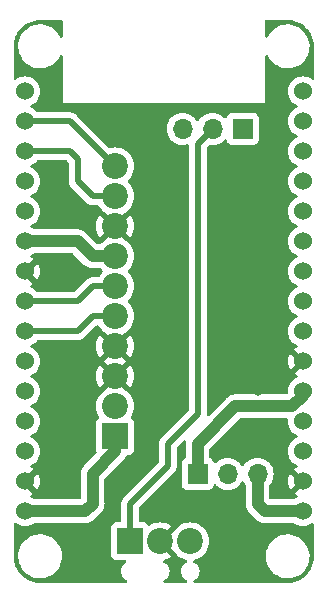
<source format=gbr>
%TF.GenerationSoftware,KiCad,Pcbnew,7.0.10*%
%TF.CreationDate,2024-03-01T13:19:40+01:00*%
%TF.ProjectId,Temp Sensor PCB,54656d70-2053-4656-9e73-6f7220504342,rev?*%
%TF.SameCoordinates,Original*%
%TF.FileFunction,Copper,L1,Top*%
%TF.FilePolarity,Positive*%
%FSLAX46Y46*%
G04 Gerber Fmt 4.6, Leading zero omitted, Abs format (unit mm)*
G04 Created by KiCad (PCBNEW 7.0.10) date 2024-03-01 13:19:40*
%MOMM*%
%LPD*%
G01*
G04 APERTURE LIST*
%TA.AperFunction,ComponentPad*%
%ADD10R,1.700000X1.700000*%
%TD*%
%TA.AperFunction,ComponentPad*%
%ADD11O,1.700000X1.700000*%
%TD*%
%TA.AperFunction,ComponentPad*%
%ADD12R,2.200000X2.200000*%
%TD*%
%TA.AperFunction,ComponentPad*%
%ADD13C,2.200000*%
%TD*%
%TA.AperFunction,ComponentPad*%
%ADD14C,1.524000*%
%TD*%
%TA.AperFunction,ViaPad*%
%ADD15C,0.800000*%
%TD*%
%TA.AperFunction,Conductor*%
%ADD16C,0.508000*%
%TD*%
%TA.AperFunction,Conductor*%
%ADD17C,1.000000*%
%TD*%
G04 APERTURE END LIST*
D10*
%TO.P,J4,1,Pin_1*%
%TO.N,Net-(J4-Pin_1)*%
X150495000Y-76835000D03*
D11*
%TO.P,J4,2,Pin_2*%
%TO.N,/Vout*%
X147955000Y-76835000D03*
%TO.P,J4,3,Pin_3*%
%TO.N,Net-(J4-Pin_3)*%
X145415000Y-76835000D03*
%TD*%
D12*
%TO.P,J2,1,Pin_1*%
%TO.N,Net-(J2-Pin_1)*%
X139700000Y-102870000D03*
D13*
%TO.P,J2,2,Pin_2*%
X139700000Y-100330000D03*
%TO.P,J2,3,Pin_3*%
%TO.N,GND*%
X139700000Y-97790000D03*
%TO.P,J2,4,Pin_4*%
X139700000Y-95250000D03*
%TO.P,J2,5,Pin_5*%
%TO.N,Net-(J2-Pin_5)*%
X139700000Y-92710000D03*
%TO.P,J2,6,Pin_6*%
%TO.N,Net-(J2-Pin_6)*%
X139700000Y-90170000D03*
%TO.P,J2,7,Pin_7*%
%TO.N,Net-(J2-Pin_7)*%
X139700000Y-87630000D03*
%TO.P,J2,8,Pin_8*%
%TO.N,GND*%
X139700000Y-85090000D03*
%TO.P,J2,9,Pin_9*%
%TO.N,Net-(J2-Pin_9)*%
X139700000Y-82550000D03*
%TO.P,J2,10,Pin_10*%
%TO.N,Net-(J2-Pin_10)*%
X139700000Y-80010000D03*
%TD*%
D10*
%TO.P,J3,1,Pin_1*%
%TO.N,/3V3*%
X146685000Y-106045000D03*
D11*
%TO.P,J3,2,Pin_2*%
%TO.N,/Vs*%
X149225000Y-106045000D03*
%TO.P,J3,3,Pin_3*%
%TO.N,/5V*%
X151765000Y-106045000D03*
%TD*%
D12*
%TO.P,J1,1,Pin_1*%
%TO.N,/Vout*%
X140970000Y-111760000D03*
D13*
%TO.P,J1,2,Pin_2*%
%TO.N,GND*%
X143510000Y-111760000D03*
%TO.P,J1,3,Pin_3*%
%TO.N,/Vs*%
X146050000Y-111760000D03*
%TD*%
D14*
%TO.P,U2,1,A0(ADC0)*%
%TO.N,Net-(J4-Pin_1)*%
X155575000Y-73660000D03*
%TO.P,U2,2,RSV*%
%TO.N,unconnected-(U2-RSV-Pad2)*%
X155575000Y-76200000D03*
%TO.P,U2,3,RSV*%
%TO.N,unconnected-(U2-RSV-Pad3)*%
X155575000Y-78740000D03*
%TO.P,U2,4,SD3(GPIO10)*%
%TO.N,unconnected-(U2-SD3(GPIO10)-Pad4)*%
X155575000Y-81280000D03*
%TO.P,U2,5,SD2(GPIO9)*%
%TO.N,unconnected-(U2-SD2(GPIO9)-Pad5)*%
X155575000Y-83820000D03*
%TO.P,U2,6,SD1(MOSI)*%
%TO.N,unconnected-(U2-SD1(MOSI)-Pad6)*%
X155575000Y-86360000D03*
%TO.P,U2,7,CMD(CS)*%
%TO.N,unconnected-(U2-CMD(CS)-Pad7)*%
X155575000Y-88900000D03*
%TO.P,U2,8,SDO(MISO)*%
%TO.N,unconnected-(U2-SDO(MISO)-Pad8)*%
X155575000Y-91440000D03*
%TO.P,U2,9,CLK(SCLK)*%
%TO.N,unconnected-(U2-CLK(SCLK)-Pad9)*%
X155575000Y-93980000D03*
%TO.P,U2,10,GND*%
%TO.N,GND*%
X155575000Y-96520000D03*
%TO.P,U2,11,3.3V*%
%TO.N,/3V3*%
X155575000Y-99060000D03*
%TO.P,U2,12,EN*%
%TO.N,unconnected-(U2-EN-Pad12)*%
X155575000Y-101600000D03*
%TO.P,U2,13,RST*%
%TO.N,unconnected-(U2-RST-Pad13)*%
X155575000Y-104140000D03*
%TO.P,U2,14,GND*%
%TO.N,GND*%
X155575000Y-106680000D03*
%TO.P,U2,15,VIN*%
%TO.N,/5V*%
X155575000Y-109220000D03*
%TO.P,U2,16,3.3V*%
%TO.N,Net-(J2-Pin_1)*%
X132080000Y-109220000D03*
%TO.P,U2,17,GND*%
%TO.N,GND*%
X132080000Y-106680000D03*
%TO.P,U2,18,TX(GPIO1)*%
%TO.N,unconnected-(U2-TX(GPIO1)-Pad18)*%
X132080000Y-104140000D03*
%TO.P,U2,19,RX(DPIO3)*%
%TO.N,unconnected-(U2-RX(DPIO3)-Pad19)*%
X132080000Y-101600000D03*
%TO.P,U2,20,D8(GPIO15)*%
%TO.N,unconnected-(U2-D8(GPIO15)-Pad20)*%
X132080000Y-99060000D03*
%TO.P,U2,21,D7(GPIO13)*%
%TO.N,unconnected-(U2-D7(GPIO13)-Pad21)*%
X132080000Y-96520000D03*
%TO.P,U2,22,D6(GPIO12)*%
%TO.N,Net-(J2-Pin_5)*%
X132080000Y-93980000D03*
%TO.P,U2,23,D5(GPIO14)*%
%TO.N,Net-(J2-Pin_6)*%
X132080000Y-91440000D03*
%TO.P,U2,24,GND*%
%TO.N,GND*%
X132080000Y-88900000D03*
%TO.P,U2,25,3.3V*%
%TO.N,Net-(J2-Pin_7)*%
X132080000Y-86360000D03*
%TO.P,U2,26,D4(GPIO2)*%
%TO.N,unconnected-(U2-D4(GPIO2)-Pad26)*%
X132080000Y-83820000D03*
%TO.P,U2,27,D3(GPIO0)*%
%TO.N,unconnected-(U2-D3(GPIO0)-Pad27)*%
X132080000Y-81280000D03*
%TO.P,U2,28,D2(GPIO4)*%
%TO.N,Net-(J2-Pin_9)*%
X132080000Y-78740000D03*
%TO.P,U2,29,D1(GPIO5)*%
%TO.N,Net-(J2-Pin_10)*%
X132080000Y-76200000D03*
%TO.P,U2,30,D0(GPIO16)*%
%TO.N,unconnected-(U2-D0(GPIO16)-Pad30)*%
X132080000Y-73660000D03*
%TD*%
D15*
%TO.N,GND*%
X151765000Y-83820000D03*
X151765000Y-88900000D03*
X139700000Y-106680000D03*
X139700000Y-76835000D03*
X151765000Y-79375000D03*
X151765000Y-93980000D03*
X151765000Y-99060000D03*
%TD*%
D16*
%TO.N,/Vout*%
X147955000Y-76835000D02*
X146685000Y-78105000D01*
X146685000Y-78105000D02*
X146685000Y-100965000D01*
X144145000Y-103505000D02*
X144145000Y-105410000D01*
X144145000Y-105410000D02*
X140970000Y-108585000D01*
X146685000Y-100965000D02*
X144145000Y-103505000D01*
X140970000Y-108585000D02*
X140970000Y-111760000D01*
D17*
%TO.N,Net-(J2-Pin_1)*%
X137160000Y-109220000D02*
X137795000Y-108585000D01*
X139700000Y-104140000D02*
X139700000Y-102870000D01*
X137795000Y-106045000D02*
X139700000Y-104140000D01*
X132080000Y-109220000D02*
X137160000Y-109220000D01*
X137795000Y-108585000D02*
X137795000Y-106045000D01*
D16*
%TO.N,Net-(J2-Pin_5)*%
X137795000Y-92710000D02*
X136525000Y-93980000D01*
X136525000Y-93980000D02*
X132080000Y-93980000D01*
X139700000Y-92710000D02*
X137795000Y-92710000D01*
%TO.N,Net-(J2-Pin_6)*%
X139700000Y-90170000D02*
X137795000Y-90170000D01*
X137795000Y-90170000D02*
X136525000Y-91440000D01*
X136525000Y-91440000D02*
X132080000Y-91440000D01*
%TO.N,Net-(J2-Pin_10)*%
X135890000Y-76200000D02*
X139700000Y-80010000D01*
X132080000Y-76200000D02*
X135890000Y-76200000D01*
D17*
%TO.N,/5V*%
X151765000Y-106045000D02*
X151765000Y-108585000D01*
X152400000Y-109220000D02*
X155575000Y-109220000D01*
X151765000Y-108585000D02*
X152400000Y-109220000D01*
%TO.N,/3V3*%
X155575000Y-99456052D02*
X155575000Y-99060000D01*
X149860000Y-100330000D02*
X154701052Y-100330000D01*
X146685000Y-106045000D02*
X146685000Y-103505000D01*
X154701052Y-100330000D02*
X155575000Y-99456052D01*
X146685000Y-103505000D02*
X149860000Y-100330000D01*
D16*
%TO.N,Net-(J2-Pin_9)*%
X136525000Y-79375000D02*
X136525000Y-81280000D01*
X136525000Y-81280000D02*
X137795000Y-82550000D01*
X135890000Y-78740000D02*
X136525000Y-79375000D01*
X132080000Y-78740000D02*
X135890000Y-78740000D01*
X137795000Y-82550000D02*
X139700000Y-82550000D01*
D17*
%TO.N,Net-(J2-Pin_7)*%
X136525000Y-86360000D02*
X137795000Y-87630000D01*
X137795000Y-87630000D02*
X139700000Y-87630000D01*
X132080000Y-86360000D02*
X136525000Y-86360000D01*
%TD*%
%TA.AperFunction,Conductor*%
%TO.N,GND*%
G36*
X135198039Y-67630185D02*
G01*
X135243794Y-67682989D01*
X135255000Y-67734500D01*
X135255000Y-68992523D01*
X135235315Y-69059562D01*
X135182511Y-69105317D01*
X135113353Y-69115261D01*
X135049797Y-69086236D01*
X135016877Y-69041020D01*
X135000130Y-69001610D01*
X134859018Y-68770390D01*
X134857845Y-68768981D01*
X134685746Y-68562180D01*
X134685740Y-68562175D01*
X134484002Y-68381418D01*
X134258092Y-68231957D01*
X134258090Y-68231956D01*
X134012824Y-68116980D01*
X134012819Y-68116978D01*
X134012814Y-68116976D01*
X133753442Y-68038942D01*
X133753428Y-68038939D01*
X133637791Y-68021921D01*
X133485439Y-67999500D01*
X133282369Y-67999500D01*
X133282351Y-67999500D01*
X133079844Y-68014323D01*
X133079831Y-68014325D01*
X132815453Y-68073217D01*
X132815446Y-68073220D01*
X132562439Y-68169987D01*
X132326226Y-68302557D01*
X132111822Y-68468112D01*
X131923822Y-68663109D01*
X131923816Y-68663116D01*
X131766202Y-68883419D01*
X131766199Y-68883424D01*
X131642350Y-69124309D01*
X131642343Y-69124327D01*
X131554884Y-69380685D01*
X131554881Y-69380699D01*
X131505681Y-69647068D01*
X131505680Y-69647075D01*
X131495787Y-69917763D01*
X131525413Y-70187013D01*
X131525415Y-70187024D01*
X131593926Y-70449082D01*
X131593928Y-70449088D01*
X131699870Y-70698390D01*
X131771998Y-70816575D01*
X131840979Y-70929605D01*
X131840986Y-70929615D01*
X132014253Y-71137819D01*
X132014259Y-71137824D01*
X132215998Y-71318582D01*
X132441910Y-71468044D01*
X132687176Y-71583020D01*
X132687183Y-71583022D01*
X132687185Y-71583023D01*
X132946557Y-71661057D01*
X132946564Y-71661058D01*
X132946569Y-71661060D01*
X133214561Y-71700500D01*
X133214566Y-71700500D01*
X133417629Y-71700500D01*
X133417631Y-71700500D01*
X133417636Y-71700499D01*
X133417648Y-71700499D01*
X133455191Y-71697750D01*
X133620156Y-71685677D01*
X133732758Y-71660593D01*
X133884546Y-71626782D01*
X133884548Y-71626781D01*
X133884553Y-71626780D01*
X134137558Y-71530014D01*
X134373777Y-71397441D01*
X134588177Y-71231888D01*
X134776186Y-71036881D01*
X134933799Y-70816579D01*
X135020722Y-70647513D01*
X135068881Y-70596892D01*
X135136763Y-70580345D01*
X135202815Y-70603124D01*
X135246067Y-70657998D01*
X135255000Y-70704211D01*
X135255000Y-74676000D01*
X152400000Y-74676000D01*
X152400000Y-70707476D01*
X152419685Y-70640437D01*
X152472489Y-70594682D01*
X152541647Y-70584738D01*
X152605203Y-70613763D01*
X152638121Y-70658978D01*
X152654870Y-70698390D01*
X152726998Y-70816575D01*
X152795979Y-70929605D01*
X152795986Y-70929615D01*
X152969253Y-71137819D01*
X152969259Y-71137824D01*
X153170998Y-71318582D01*
X153396910Y-71468044D01*
X153642176Y-71583020D01*
X153642183Y-71583022D01*
X153642185Y-71583023D01*
X153901557Y-71661057D01*
X153901564Y-71661058D01*
X153901569Y-71661060D01*
X154169561Y-71700500D01*
X154169566Y-71700500D01*
X154372629Y-71700500D01*
X154372631Y-71700500D01*
X154372636Y-71700499D01*
X154372648Y-71700499D01*
X154410191Y-71697750D01*
X154575156Y-71685677D01*
X154687758Y-71660593D01*
X154839546Y-71626782D01*
X154839548Y-71626781D01*
X154839553Y-71626780D01*
X155092558Y-71530014D01*
X155328777Y-71397441D01*
X155543177Y-71231888D01*
X155731186Y-71036881D01*
X155888799Y-70816579D01*
X156002884Y-70594682D01*
X156012649Y-70575690D01*
X156012651Y-70575684D01*
X156012656Y-70575675D01*
X156100118Y-70319305D01*
X156149319Y-70052933D01*
X156159212Y-69782235D01*
X156129586Y-69512982D01*
X156061072Y-69250912D01*
X155955130Y-69001610D01*
X155814018Y-68770390D01*
X155812845Y-68768981D01*
X155640746Y-68562180D01*
X155640740Y-68562175D01*
X155439002Y-68381418D01*
X155213092Y-68231957D01*
X155213090Y-68231956D01*
X154967824Y-68116980D01*
X154967819Y-68116978D01*
X154967814Y-68116976D01*
X154708442Y-68038942D01*
X154708428Y-68038939D01*
X154592791Y-68021921D01*
X154440439Y-67999500D01*
X154237369Y-67999500D01*
X154237351Y-67999500D01*
X154034844Y-68014323D01*
X154034831Y-68014325D01*
X153770453Y-68073217D01*
X153770446Y-68073220D01*
X153517439Y-68169987D01*
X153281226Y-68302557D01*
X153066822Y-68468112D01*
X152878822Y-68663109D01*
X152878816Y-68663116D01*
X152721202Y-68883419D01*
X152721199Y-68883424D01*
X152634278Y-69052486D01*
X152586118Y-69103107D01*
X152518237Y-69119654D01*
X152452184Y-69096875D01*
X152408933Y-69042001D01*
X152400000Y-68995788D01*
X152400000Y-67734500D01*
X152419685Y-67667461D01*
X152472489Y-67621706D01*
X152524000Y-67610500D01*
X154257405Y-67610500D01*
X154301249Y-67610500D01*
X154308736Y-67610726D01*
X154567457Y-67626375D01*
X154582318Y-67628179D01*
X154796666Y-67667461D01*
X154833575Y-67674225D01*
X154848097Y-67677804D01*
X155091990Y-67753803D01*
X155105967Y-67759104D01*
X155338915Y-67863946D01*
X155352161Y-67870898D01*
X155570768Y-68003051D01*
X155583079Y-68011549D01*
X155784161Y-68169086D01*
X155795369Y-68179016D01*
X155975983Y-68359630D01*
X155985913Y-68370838D01*
X156143446Y-68571914D01*
X156151952Y-68584237D01*
X156284098Y-68802832D01*
X156291057Y-68816091D01*
X156395893Y-69049028D01*
X156401199Y-69063018D01*
X156477191Y-69306886D01*
X156480774Y-69321424D01*
X156526819Y-69572679D01*
X156528624Y-69587544D01*
X156544274Y-69846263D01*
X156544500Y-69853750D01*
X156544500Y-72559420D01*
X156524815Y-72626459D01*
X156472011Y-72672214D01*
X156402853Y-72682158D01*
X156349377Y-72660995D01*
X156208666Y-72562468D01*
X156208662Y-72562466D01*
X156202130Y-72559420D01*
X156008450Y-72469106D01*
X156008447Y-72469105D01*
X156008445Y-72469104D01*
X155795070Y-72411930D01*
X155795062Y-72411929D01*
X155575002Y-72392677D01*
X155574998Y-72392677D01*
X155354937Y-72411929D01*
X155354929Y-72411930D01*
X155141554Y-72469104D01*
X155141548Y-72469107D01*
X154941340Y-72562465D01*
X154941338Y-72562466D01*
X154760377Y-72689175D01*
X154604175Y-72845377D01*
X154477466Y-73026338D01*
X154477465Y-73026340D01*
X154384107Y-73226548D01*
X154384104Y-73226554D01*
X154326930Y-73439929D01*
X154326929Y-73439937D01*
X154307677Y-73659997D01*
X154307677Y-73660002D01*
X154326929Y-73880062D01*
X154326930Y-73880070D01*
X154384104Y-74093445D01*
X154384105Y-74093447D01*
X154384106Y-74093450D01*
X154477466Y-74293662D01*
X154477468Y-74293666D01*
X154604170Y-74474615D01*
X154604175Y-74474621D01*
X154760378Y-74630824D01*
X154760384Y-74630829D01*
X154941333Y-74757531D01*
X154941335Y-74757532D01*
X154941338Y-74757534D01*
X155060748Y-74813215D01*
X155070189Y-74817618D01*
X155122628Y-74863790D01*
X155141780Y-74930984D01*
X155121564Y-74997865D01*
X155070189Y-75042382D01*
X154941340Y-75102465D01*
X154941338Y-75102466D01*
X154760377Y-75229175D01*
X154604175Y-75385377D01*
X154477466Y-75566338D01*
X154477465Y-75566340D01*
X154384107Y-75766548D01*
X154384104Y-75766554D01*
X154326930Y-75979929D01*
X154326929Y-75979937D01*
X154307677Y-76199997D01*
X154307677Y-76200002D01*
X154326929Y-76420062D01*
X154326930Y-76420070D01*
X154384104Y-76633445D01*
X154384105Y-76633447D01*
X154384106Y-76633450D01*
X154477466Y-76833662D01*
X154477468Y-76833666D01*
X154604170Y-77014615D01*
X154604175Y-77014621D01*
X154760378Y-77170824D01*
X154760384Y-77170829D01*
X154941333Y-77297531D01*
X154941335Y-77297532D01*
X154941338Y-77297534D01*
X155060748Y-77353215D01*
X155070189Y-77357618D01*
X155122628Y-77403790D01*
X155141780Y-77470984D01*
X155121564Y-77537865D01*
X155070189Y-77582382D01*
X154941340Y-77642465D01*
X154941338Y-77642466D01*
X154760377Y-77769175D01*
X154604175Y-77925377D01*
X154477466Y-78106338D01*
X154477465Y-78106340D01*
X154384107Y-78306548D01*
X154384104Y-78306554D01*
X154326930Y-78519929D01*
X154326929Y-78519937D01*
X154307677Y-78739997D01*
X154307677Y-78740002D01*
X154326929Y-78960062D01*
X154326930Y-78960070D01*
X154384104Y-79173445D01*
X154384105Y-79173447D01*
X154384106Y-79173450D01*
X154434323Y-79281141D01*
X154477466Y-79373662D01*
X154477468Y-79373666D01*
X154604170Y-79554615D01*
X154604175Y-79554621D01*
X154760378Y-79710824D01*
X154760384Y-79710829D01*
X154941333Y-79837531D01*
X154941335Y-79837532D01*
X154941338Y-79837534D01*
X155060748Y-79893215D01*
X155070189Y-79897618D01*
X155122628Y-79943790D01*
X155141780Y-80010984D01*
X155121564Y-80077865D01*
X155070189Y-80122382D01*
X154941340Y-80182465D01*
X154941338Y-80182466D01*
X154760377Y-80309175D01*
X154604175Y-80465377D01*
X154477466Y-80646338D01*
X154477465Y-80646340D01*
X154384107Y-80846548D01*
X154384104Y-80846554D01*
X154326930Y-81059929D01*
X154326929Y-81059937D01*
X154307677Y-81279997D01*
X154307677Y-81280002D01*
X154326929Y-81500062D01*
X154326930Y-81500070D01*
X154384104Y-81713445D01*
X154384105Y-81713447D01*
X154384106Y-81713450D01*
X154477466Y-81913662D01*
X154477468Y-81913666D01*
X154604170Y-82094615D01*
X154604175Y-82094621D01*
X154760378Y-82250824D01*
X154760384Y-82250829D01*
X154941333Y-82377531D01*
X154941335Y-82377532D01*
X154941338Y-82377534D01*
X155060748Y-82433215D01*
X155070189Y-82437618D01*
X155122628Y-82483790D01*
X155141780Y-82550984D01*
X155121564Y-82617865D01*
X155070189Y-82662382D01*
X154941340Y-82722465D01*
X154941338Y-82722466D01*
X154760377Y-82849175D01*
X154604175Y-83005377D01*
X154477466Y-83186338D01*
X154477465Y-83186340D01*
X154384107Y-83386548D01*
X154384104Y-83386554D01*
X154326930Y-83599929D01*
X154326929Y-83599937D01*
X154307677Y-83819997D01*
X154307677Y-83820002D01*
X154326929Y-84040062D01*
X154326930Y-84040070D01*
X154384104Y-84253445D01*
X154384105Y-84253447D01*
X154384106Y-84253450D01*
X154434429Y-84361368D01*
X154477466Y-84453662D01*
X154477468Y-84453666D01*
X154604170Y-84634615D01*
X154604175Y-84634621D01*
X154760378Y-84790824D01*
X154760384Y-84790829D01*
X154941333Y-84917531D01*
X154941335Y-84917532D01*
X154941338Y-84917534D01*
X155060748Y-84973215D01*
X155070189Y-84977618D01*
X155122628Y-85023790D01*
X155141780Y-85090984D01*
X155121564Y-85157865D01*
X155070189Y-85202382D01*
X154941340Y-85262465D01*
X154941338Y-85262466D01*
X154760377Y-85389175D01*
X154604175Y-85545377D01*
X154477466Y-85726338D01*
X154477465Y-85726340D01*
X154384107Y-85926548D01*
X154384104Y-85926554D01*
X154326930Y-86139929D01*
X154326929Y-86139937D01*
X154307677Y-86359997D01*
X154307677Y-86360002D01*
X154326929Y-86580062D01*
X154326930Y-86580070D01*
X154384104Y-86793445D01*
X154384105Y-86793447D01*
X154384106Y-86793450D01*
X154434323Y-86901141D01*
X154477466Y-86993662D01*
X154477468Y-86993666D01*
X154604170Y-87174615D01*
X154604175Y-87174621D01*
X154760378Y-87330824D01*
X154760384Y-87330829D01*
X154941333Y-87457531D01*
X154941335Y-87457532D01*
X154941338Y-87457534D01*
X155060748Y-87513215D01*
X155070189Y-87517618D01*
X155122628Y-87563790D01*
X155141780Y-87630984D01*
X155121564Y-87697865D01*
X155070189Y-87742382D01*
X154941340Y-87802465D01*
X154941338Y-87802466D01*
X154760377Y-87929175D01*
X154604175Y-88085377D01*
X154477466Y-88266338D01*
X154477465Y-88266340D01*
X154384107Y-88466548D01*
X154384104Y-88466554D01*
X154326930Y-88679929D01*
X154326929Y-88679937D01*
X154307677Y-88899997D01*
X154307677Y-88900002D01*
X154326929Y-89120062D01*
X154326930Y-89120070D01*
X154384104Y-89333445D01*
X154384105Y-89333447D01*
X154384106Y-89333450D01*
X154457649Y-89491164D01*
X154477466Y-89533662D01*
X154477468Y-89533666D01*
X154604170Y-89714615D01*
X154604175Y-89714621D01*
X154760378Y-89870824D01*
X154760384Y-89870829D01*
X154941333Y-89997531D01*
X154941335Y-89997532D01*
X154941338Y-89997534D01*
X155060748Y-90053215D01*
X155070189Y-90057618D01*
X155122628Y-90103790D01*
X155141780Y-90170984D01*
X155121564Y-90237865D01*
X155070189Y-90282382D01*
X154941340Y-90342465D01*
X154941338Y-90342466D01*
X154760377Y-90469175D01*
X154604175Y-90625377D01*
X154477466Y-90806338D01*
X154477465Y-90806340D01*
X154384107Y-91006548D01*
X154384104Y-91006554D01*
X154326930Y-91219929D01*
X154326929Y-91219937D01*
X154307677Y-91439997D01*
X154307677Y-91440002D01*
X154326929Y-91660062D01*
X154326930Y-91660070D01*
X154384104Y-91873445D01*
X154384105Y-91873447D01*
X154384106Y-91873450D01*
X154457649Y-92031164D01*
X154477466Y-92073662D01*
X154477468Y-92073666D01*
X154604170Y-92254615D01*
X154604175Y-92254621D01*
X154760378Y-92410824D01*
X154760384Y-92410829D01*
X154941333Y-92537531D01*
X154941335Y-92537532D01*
X154941338Y-92537534D01*
X155060748Y-92593215D01*
X155070189Y-92597618D01*
X155122628Y-92643790D01*
X155141780Y-92710984D01*
X155121564Y-92777865D01*
X155070189Y-92822382D01*
X154941340Y-92882465D01*
X154941338Y-92882466D01*
X154760377Y-93009175D01*
X154604175Y-93165377D01*
X154477466Y-93346338D01*
X154477465Y-93346340D01*
X154384107Y-93546548D01*
X154384104Y-93546554D01*
X154326930Y-93759929D01*
X154326929Y-93759937D01*
X154307677Y-93979997D01*
X154307677Y-93980002D01*
X154326929Y-94200062D01*
X154326930Y-94200070D01*
X154384104Y-94413445D01*
X154384105Y-94413447D01*
X154384106Y-94413450D01*
X154457753Y-94571387D01*
X154477466Y-94613662D01*
X154477468Y-94613666D01*
X154604170Y-94794615D01*
X154604175Y-94794621D01*
X154760378Y-94950824D01*
X154760384Y-94950829D01*
X154941333Y-95077531D01*
X154941335Y-95077532D01*
X154941338Y-95077534D01*
X155068965Y-95137047D01*
X155070781Y-95137894D01*
X155123220Y-95184066D01*
X155142372Y-95251260D01*
X155122156Y-95318141D01*
X155070781Y-95362658D01*
X154941590Y-95422901D01*
X154876811Y-95468258D01*
X155547553Y-96139000D01*
X155543431Y-96139000D01*
X155449579Y-96154661D01*
X155337749Y-96215180D01*
X155251629Y-96308731D01*
X155200552Y-96425177D01*
X155194894Y-96493447D01*
X154523258Y-95821811D01*
X154477901Y-95886590D01*
X154384579Y-96086720D01*
X154384575Y-96086729D01*
X154327426Y-96300013D01*
X154327424Y-96300023D01*
X154308179Y-96519999D01*
X154308179Y-96520000D01*
X154327424Y-96739976D01*
X154327426Y-96739986D01*
X154384575Y-96953270D01*
X154384580Y-96953284D01*
X154477898Y-97153405D01*
X154477901Y-97153411D01*
X154523258Y-97218187D01*
X154523259Y-97218188D01*
X155190096Y-96551350D01*
X155190051Y-96551898D01*
X155221266Y-96675162D01*
X155290813Y-96781612D01*
X155391157Y-96859713D01*
X155511422Y-96901000D01*
X155547551Y-96901000D01*
X154876810Y-97571740D01*
X154941589Y-97617098D01*
X155070781Y-97677342D01*
X155123220Y-97723514D01*
X155142372Y-97790708D01*
X155122156Y-97857589D01*
X155070781Y-97902106D01*
X154941340Y-97962465D01*
X154941338Y-97962466D01*
X154760377Y-98089175D01*
X154604175Y-98245377D01*
X154477466Y-98426338D01*
X154477465Y-98426340D01*
X154384107Y-98626548D01*
X154384104Y-98626554D01*
X154326930Y-98839929D01*
X154326929Y-98839937D01*
X154307677Y-99059997D01*
X154307677Y-99060001D01*
X154319461Y-99194693D01*
X154305694Y-99263193D01*
X154257079Y-99313376D01*
X154195933Y-99329500D01*
X149874262Y-99329500D01*
X149871121Y-99329460D01*
X149869900Y-99329429D01*
X149783639Y-99327242D01*
X149783635Y-99327242D01*
X149725578Y-99337648D01*
X149716252Y-99338956D01*
X149657564Y-99344925D01*
X149657562Y-99344926D01*
X149628526Y-99354035D01*
X149613290Y-99357774D01*
X149583350Y-99363141D01*
X149583349Y-99363141D01*
X149528567Y-99385022D01*
X149519698Y-99388179D01*
X149463414Y-99405840D01*
X149463410Y-99405842D01*
X149436811Y-99420605D01*
X149422638Y-99427336D01*
X149394382Y-99438623D01*
X149394378Y-99438625D01*
X149345122Y-99471086D01*
X149337069Y-99475965D01*
X149285501Y-99504588D01*
X149262413Y-99524408D01*
X149249887Y-99533852D01*
X149224485Y-99550594D01*
X149224478Y-99550600D01*
X149182774Y-99592303D01*
X149175869Y-99598703D01*
X149131102Y-99637136D01*
X149112480Y-99661193D01*
X149102108Y-99672969D01*
X147653555Y-101121522D01*
X147592232Y-101155007D01*
X147522540Y-101150023D01*
X147466607Y-101108151D01*
X147442190Y-101042687D01*
X147441926Y-101037447D01*
X147441744Y-101031209D01*
X147441745Y-101031207D01*
X147439552Y-100955838D01*
X147439500Y-100952232D01*
X147439500Y-78468885D01*
X147459185Y-78401846D01*
X147475815Y-78381208D01*
X147648700Y-78208322D01*
X147710021Y-78174839D01*
X147747184Y-78172477D01*
X147896034Y-78185500D01*
X147954999Y-78190659D01*
X147955000Y-78190659D01*
X147955001Y-78190659D01*
X148013966Y-78185500D01*
X148190408Y-78170063D01*
X148418663Y-78108903D01*
X148632830Y-78009035D01*
X148826401Y-77873495D01*
X148948329Y-77751566D01*
X149009648Y-77718084D01*
X149079340Y-77723068D01*
X149135274Y-77764939D01*
X149152189Y-77795917D01*
X149201202Y-77927328D01*
X149201206Y-77927335D01*
X149287452Y-78042544D01*
X149287455Y-78042547D01*
X149402664Y-78128793D01*
X149402671Y-78128797D01*
X149537517Y-78179091D01*
X149537516Y-78179091D01*
X149544444Y-78179835D01*
X149597127Y-78185500D01*
X151392872Y-78185499D01*
X151452483Y-78179091D01*
X151587331Y-78128796D01*
X151702546Y-78042546D01*
X151788796Y-77927331D01*
X151839091Y-77792483D01*
X151845500Y-77732873D01*
X151845499Y-75937128D01*
X151839091Y-75877517D01*
X151837810Y-75874083D01*
X151788797Y-75742671D01*
X151788793Y-75742664D01*
X151702547Y-75627455D01*
X151702544Y-75627452D01*
X151587335Y-75541206D01*
X151587328Y-75541202D01*
X151452482Y-75490908D01*
X151452483Y-75490908D01*
X151392883Y-75484501D01*
X151392881Y-75484500D01*
X151392873Y-75484500D01*
X151392864Y-75484500D01*
X149597129Y-75484500D01*
X149597123Y-75484501D01*
X149537516Y-75490908D01*
X149402671Y-75541202D01*
X149402664Y-75541206D01*
X149287455Y-75627452D01*
X149287452Y-75627455D01*
X149201206Y-75742664D01*
X149201203Y-75742669D01*
X149152189Y-75874083D01*
X149110317Y-75930016D01*
X149044853Y-75954433D01*
X148976580Y-75939581D01*
X148948326Y-75918430D01*
X148826402Y-75796506D01*
X148826395Y-75796501D01*
X148632834Y-75660967D01*
X148632830Y-75660965D01*
X148586498Y-75639360D01*
X148418663Y-75561097D01*
X148418659Y-75561096D01*
X148418655Y-75561094D01*
X148190413Y-75499938D01*
X148190403Y-75499936D01*
X147955001Y-75479341D01*
X147954999Y-75479341D01*
X147719596Y-75499936D01*
X147719586Y-75499938D01*
X147491344Y-75561094D01*
X147491335Y-75561098D01*
X147277171Y-75660964D01*
X147277169Y-75660965D01*
X147083597Y-75796505D01*
X146916505Y-75963597D01*
X146786575Y-76149158D01*
X146731998Y-76192783D01*
X146662500Y-76199977D01*
X146600145Y-76168454D01*
X146583425Y-76149158D01*
X146453494Y-75963597D01*
X146286402Y-75796506D01*
X146286395Y-75796501D01*
X146092834Y-75660967D01*
X146092830Y-75660965D01*
X146046498Y-75639360D01*
X145878663Y-75561097D01*
X145878659Y-75561096D01*
X145878655Y-75561094D01*
X145650413Y-75499938D01*
X145650403Y-75499936D01*
X145415001Y-75479341D01*
X145414999Y-75479341D01*
X145179596Y-75499936D01*
X145179586Y-75499938D01*
X144951344Y-75561094D01*
X144951335Y-75561098D01*
X144737171Y-75660964D01*
X144737169Y-75660965D01*
X144543597Y-75796505D01*
X144376505Y-75963597D01*
X144240965Y-76157169D01*
X144240964Y-76157171D01*
X144141098Y-76371335D01*
X144141094Y-76371344D01*
X144079938Y-76599586D01*
X144079936Y-76599596D01*
X144059341Y-76834999D01*
X144059341Y-76835000D01*
X144079936Y-77070403D01*
X144079938Y-77070413D01*
X144141094Y-77298655D01*
X144141096Y-77298659D01*
X144141097Y-77298663D01*
X144184105Y-77390894D01*
X144240965Y-77512830D01*
X144240967Y-77512834D01*
X144349281Y-77667521D01*
X144376505Y-77706401D01*
X144543599Y-77873495D01*
X144640384Y-77941265D01*
X144737165Y-78009032D01*
X144737167Y-78009033D01*
X144737170Y-78009035D01*
X144951337Y-78108903D01*
X145179592Y-78170063D01*
X145356034Y-78185500D01*
X145414999Y-78190659D01*
X145415000Y-78190659D01*
X145415001Y-78190659D01*
X145473966Y-78185500D01*
X145650408Y-78170063D01*
X145774407Y-78136838D01*
X145844257Y-78138501D01*
X145902119Y-78177664D01*
X145929623Y-78241892D01*
X145930500Y-78256613D01*
X145930500Y-100601113D01*
X145910815Y-100668152D01*
X145894181Y-100688794D01*
X143656742Y-102926232D01*
X143643113Y-102938011D01*
X143623707Y-102952459D01*
X143591674Y-102990633D01*
X143584387Y-102998586D01*
X143580420Y-103002554D01*
X143580418Y-103002556D01*
X143561089Y-103027001D01*
X143558815Y-103029793D01*
X143510334Y-103087571D01*
X143506366Y-103093605D01*
X143506322Y-103093576D01*
X143502209Y-103100031D01*
X143502254Y-103100059D01*
X143498462Y-103106206D01*
X143466581Y-103174572D01*
X143465012Y-103177812D01*
X143431175Y-103245191D01*
X143428704Y-103251979D01*
X143428655Y-103251961D01*
X143426141Y-103259193D01*
X143426191Y-103259210D01*
X143423920Y-103266062D01*
X143408671Y-103339911D01*
X143407891Y-103343430D01*
X143390499Y-103416816D01*
X143389661Y-103423987D01*
X143389607Y-103423980D01*
X143388830Y-103431596D01*
X143388883Y-103431601D01*
X143388253Y-103438790D01*
X143390448Y-103514193D01*
X143390500Y-103517800D01*
X143390500Y-105046113D01*
X143370815Y-105113152D01*
X143354181Y-105133794D01*
X140481742Y-108006232D01*
X140468113Y-108018011D01*
X140448707Y-108032459D01*
X140416674Y-108070633D01*
X140409387Y-108078586D01*
X140405420Y-108082554D01*
X140405418Y-108082556D01*
X140386089Y-108107001D01*
X140383815Y-108109793D01*
X140335334Y-108167571D01*
X140331366Y-108173605D01*
X140331322Y-108173576D01*
X140327209Y-108180031D01*
X140327254Y-108180059D01*
X140323462Y-108186206D01*
X140291581Y-108254572D01*
X140290012Y-108257812D01*
X140256175Y-108325191D01*
X140253704Y-108331979D01*
X140253655Y-108331961D01*
X140251141Y-108339193D01*
X140251191Y-108339210D01*
X140248920Y-108346062D01*
X140233671Y-108419911D01*
X140232891Y-108423430D01*
X140215499Y-108496816D01*
X140214661Y-108503987D01*
X140214607Y-108503980D01*
X140213830Y-108511596D01*
X140213883Y-108511601D01*
X140213253Y-108518790D01*
X140215448Y-108594193D01*
X140215500Y-108597800D01*
X140215500Y-110035500D01*
X140195815Y-110102539D01*
X140143011Y-110148294D01*
X140091500Y-110159500D01*
X139822130Y-110159500D01*
X139822123Y-110159501D01*
X139762516Y-110165908D01*
X139627671Y-110216202D01*
X139627664Y-110216206D01*
X139512455Y-110302452D01*
X139512452Y-110302455D01*
X139426206Y-110417664D01*
X139426202Y-110417671D01*
X139375908Y-110552517D01*
X139369501Y-110612116D01*
X139369500Y-110612135D01*
X139369500Y-112907870D01*
X139369501Y-112907876D01*
X139375908Y-112967483D01*
X139426202Y-113102328D01*
X139426206Y-113102335D01*
X139512452Y-113217544D01*
X139512455Y-113217547D01*
X139627664Y-113303793D01*
X139627671Y-113303797D01*
X139762517Y-113354091D01*
X139762516Y-113354091D01*
X139769444Y-113354835D01*
X139822127Y-113360500D01*
X140530185Y-113360499D01*
X140597222Y-113380183D01*
X140642977Y-113432987D01*
X140652921Y-113502146D01*
X140623896Y-113565702D01*
X140596156Y-113589492D01*
X140467739Y-113670182D01*
X140340184Y-113797737D01*
X140244211Y-113950476D01*
X140184631Y-114120745D01*
X140184630Y-114120750D01*
X140164435Y-114299996D01*
X140164435Y-114300003D01*
X140184630Y-114479249D01*
X140184631Y-114479254D01*
X140244211Y-114649523D01*
X140315528Y-114763023D01*
X140340184Y-114802262D01*
X140467738Y-114929816D01*
X140600091Y-115012979D01*
X140620478Y-115025789D01*
X140628105Y-115028458D01*
X140684881Y-115069179D01*
X140710629Y-115134132D01*
X140697173Y-115202693D01*
X140648787Y-115253097D01*
X140587151Y-115269500D01*
X133353751Y-115269500D01*
X133346264Y-115269274D01*
X133087544Y-115253624D01*
X133072679Y-115251819D01*
X132821424Y-115205774D01*
X132806890Y-115202192D01*
X132563018Y-115126199D01*
X132549028Y-115120893D01*
X132316091Y-115016057D01*
X132302832Y-115009098D01*
X132090106Y-114880500D01*
X132084235Y-114876950D01*
X132071914Y-114868446D01*
X132068378Y-114865676D01*
X131870838Y-114710913D01*
X131859630Y-114700983D01*
X131679016Y-114520369D01*
X131669086Y-114509161D01*
X131645656Y-114479255D01*
X131511549Y-114308079D01*
X131503051Y-114295768D01*
X131370898Y-114077161D01*
X131363946Y-114063915D01*
X131259104Y-113830967D01*
X131253803Y-113816990D01*
X131177804Y-113573097D01*
X131174225Y-113558575D01*
X131162088Y-113492349D01*
X131128179Y-113307318D01*
X131126375Y-113292455D01*
X131114599Y-113097763D01*
X131495787Y-113097763D01*
X131525413Y-113367013D01*
X131525415Y-113367024D01*
X131593926Y-113629082D01*
X131593928Y-113629088D01*
X131699870Y-113878390D01*
X131817265Y-114070748D01*
X131840979Y-114109605D01*
X131840986Y-114109615D01*
X132014253Y-114317819D01*
X132014259Y-114317824D01*
X132119240Y-114411887D01*
X132215998Y-114498582D01*
X132441910Y-114648044D01*
X132687176Y-114763020D01*
X132687183Y-114763022D01*
X132687185Y-114763023D01*
X132946557Y-114841057D01*
X132946564Y-114841058D01*
X132946569Y-114841060D01*
X133214561Y-114880500D01*
X133214566Y-114880500D01*
X133417629Y-114880500D01*
X133417631Y-114880500D01*
X133417636Y-114880499D01*
X133417648Y-114880499D01*
X133455191Y-114877750D01*
X133620156Y-114865677D01*
X133732758Y-114840593D01*
X133884546Y-114806782D01*
X133884548Y-114806781D01*
X133884553Y-114806780D01*
X134137558Y-114710014D01*
X134373777Y-114577441D01*
X134588177Y-114411888D01*
X134776186Y-114216881D01*
X134933799Y-113996579D01*
X135022457Y-113824138D01*
X135057649Y-113755690D01*
X135057651Y-113755684D01*
X135057656Y-113755675D01*
X135144149Y-113502146D01*
X135145115Y-113499314D01*
X135145115Y-113499313D01*
X135145118Y-113499305D01*
X135194319Y-113232933D01*
X135204212Y-112962235D01*
X135174586Y-112692982D01*
X135106072Y-112430912D01*
X135000130Y-112181610D01*
X134859018Y-111950390D01*
X134794575Y-111872953D01*
X134685746Y-111742180D01*
X134685740Y-111742175D01*
X134484002Y-111561418D01*
X134258092Y-111411957D01*
X134246338Y-111406447D01*
X134012824Y-111296980D01*
X134012819Y-111296978D01*
X134012814Y-111296976D01*
X133753442Y-111218942D01*
X133753428Y-111218939D01*
X133637791Y-111201921D01*
X133485439Y-111179500D01*
X133282369Y-111179500D01*
X133282351Y-111179500D01*
X133079844Y-111194323D01*
X133079831Y-111194325D01*
X132815453Y-111253217D01*
X132815446Y-111253220D01*
X132562439Y-111349987D01*
X132326226Y-111482557D01*
X132326224Y-111482558D01*
X132326223Y-111482559D01*
X132292172Y-111508852D01*
X132111822Y-111648112D01*
X131923822Y-111843109D01*
X131923816Y-111843116D01*
X131766202Y-112063419D01*
X131766199Y-112063424D01*
X131642350Y-112304309D01*
X131642343Y-112304327D01*
X131554884Y-112560685D01*
X131554881Y-112560699D01*
X131505681Y-112827068D01*
X131505680Y-112827075D01*
X131495787Y-113097763D01*
X131114599Y-113097763D01*
X131110726Y-113033736D01*
X131110500Y-113026249D01*
X131110500Y-110320579D01*
X131130185Y-110253540D01*
X131182989Y-110207785D01*
X131252147Y-110197841D01*
X131305620Y-110219002D01*
X131446338Y-110317534D01*
X131646550Y-110410894D01*
X131859932Y-110468070D01*
X132017123Y-110481822D01*
X132079998Y-110487323D01*
X132080000Y-110487323D01*
X132080002Y-110487323D01*
X132135017Y-110482509D01*
X132300068Y-110468070D01*
X132513450Y-110410894D01*
X132713662Y-110317534D01*
X132820215Y-110242924D01*
X132886421Y-110220598D01*
X132891338Y-110220500D01*
X137145721Y-110220500D01*
X137148863Y-110220540D01*
X137236358Y-110222757D01*
X137236358Y-110222756D01*
X137236363Y-110222757D01*
X137294425Y-110212349D01*
X137303754Y-110211041D01*
X137362438Y-110205074D01*
X137391471Y-110195964D01*
X137406700Y-110192226D01*
X137436653Y-110186858D01*
X137436657Y-110186856D01*
X137436659Y-110186856D01*
X137491423Y-110164980D01*
X137500292Y-110161821D01*
X137556588Y-110144159D01*
X137583200Y-110129387D01*
X137597362Y-110122662D01*
X137625617Y-110111377D01*
X137674879Y-110078909D01*
X137682910Y-110074043D01*
X137734502Y-110045409D01*
X137734509Y-110045402D01*
X137734512Y-110045401D01*
X137757583Y-110025594D01*
X137770125Y-110016137D01*
X137795519Y-109999402D01*
X137837237Y-109957682D01*
X137844122Y-109951301D01*
X137888895Y-109912866D01*
X137907520Y-109888802D01*
X137917880Y-109877039D01*
X138492409Y-109302510D01*
X138494578Y-109300395D01*
X138558053Y-109240059D01*
X138591756Y-109191635D01*
X138597405Y-109184142D01*
X138634698Y-109138407D01*
X138648788Y-109111430D01*
X138656909Y-109098026D01*
X138674295Y-109073049D01*
X138697563Y-109018825D01*
X138701582Y-109010361D01*
X138728909Y-108958049D01*
X138737278Y-108928797D01*
X138742538Y-108914023D01*
X138754540Y-108886058D01*
X138766415Y-108828268D01*
X138768649Y-108819162D01*
X138784887Y-108762418D01*
X138787197Y-108732077D01*
X138789376Y-108716535D01*
X138795500Y-108686741D01*
X138795500Y-108627758D01*
X138795858Y-108618342D01*
X138800337Y-108559526D01*
X138796493Y-108529338D01*
X138795500Y-108513674D01*
X138795500Y-106510781D01*
X138815185Y-106443742D01*
X138831814Y-106423105D01*
X140397390Y-104857528D01*
X140399559Y-104855413D01*
X140463053Y-104795059D01*
X140496752Y-104746641D01*
X140502428Y-104739113D01*
X140539698Y-104693407D01*
X140553782Y-104666444D01*
X140561919Y-104653013D01*
X140579292Y-104628053D01*
X140579295Y-104628049D01*
X140602563Y-104573825D01*
X140606593Y-104565339D01*
X140613134Y-104552818D01*
X140621355Y-104537083D01*
X140669843Y-104486778D01*
X140731261Y-104470499D01*
X140847871Y-104470499D01*
X140847872Y-104470499D01*
X140907483Y-104464091D01*
X141042331Y-104413796D01*
X141157546Y-104327546D01*
X141243796Y-104212331D01*
X141294091Y-104077483D01*
X141300500Y-104017873D01*
X141300499Y-101722128D01*
X141294091Y-101662517D01*
X141270774Y-101600002D01*
X141243797Y-101527671D01*
X141243793Y-101527664D01*
X141157547Y-101412455D01*
X141080894Y-101355072D01*
X141039024Y-101299138D01*
X141034040Y-101229446D01*
X141049476Y-101191021D01*
X141130466Y-101058859D01*
X141226873Y-100826111D01*
X141285683Y-100581148D01*
X141305449Y-100330000D01*
X141285683Y-100078852D01*
X141226873Y-99833889D01*
X141168791Y-99693666D01*
X141130466Y-99601140D01*
X140998839Y-99386346D01*
X140998838Y-99386343D01*
X140950255Y-99329460D01*
X140835224Y-99194776D01*
X140677418Y-99059997D01*
X140643656Y-99031161D01*
X140643653Y-99031160D01*
X140511417Y-98950125D01*
X140488526Y-98932079D01*
X139871568Y-98315121D01*
X139988458Y-98264349D01*
X140105739Y-98168934D01*
X140192928Y-98045415D01*
X140223354Y-97959802D01*
X140997732Y-98734180D01*
X140998430Y-98733363D01*
X140998432Y-98733361D01*
X141130019Y-98518631D01*
X141226396Y-98285956D01*
X141285187Y-98041072D01*
X141304947Y-97790000D01*
X141285187Y-97538927D01*
X141226396Y-97294043D01*
X141130019Y-97061368D01*
X140998429Y-96846634D01*
X140997733Y-96845819D01*
X140997732Y-96845819D01*
X140225929Y-97617622D01*
X140223116Y-97604085D01*
X140153558Y-97469844D01*
X140050362Y-97359348D01*
X139921181Y-97280791D01*
X139869997Y-97266449D01*
X140616447Y-96520000D01*
X139871568Y-95775121D01*
X139988458Y-95724349D01*
X140105739Y-95628934D01*
X140192928Y-95505415D01*
X140223354Y-95419802D01*
X140997732Y-96194180D01*
X140998430Y-96193363D01*
X140998432Y-96193361D01*
X141130019Y-95978631D01*
X141226396Y-95745956D01*
X141285187Y-95501072D01*
X141304947Y-95250000D01*
X141285187Y-94998927D01*
X141226396Y-94754043D01*
X141130019Y-94521368D01*
X140998429Y-94306634D01*
X140997733Y-94305819D01*
X140997732Y-94305819D01*
X140225929Y-95077622D01*
X140223116Y-95064085D01*
X140153558Y-94929844D01*
X140050362Y-94819348D01*
X139921181Y-94740791D01*
X139869997Y-94726450D01*
X140488526Y-94107919D01*
X140511408Y-94089879D01*
X140643659Y-94008836D01*
X140835224Y-93845224D01*
X140998836Y-93653659D01*
X141130466Y-93438859D01*
X141226873Y-93206111D01*
X141285683Y-92961148D01*
X141305449Y-92710000D01*
X141285683Y-92458852D01*
X141226873Y-92213889D01*
X141191332Y-92128085D01*
X141130466Y-91981140D01*
X140998839Y-91766346D01*
X140998838Y-91766343D01*
X140835224Y-91574776D01*
X140787819Y-91534289D01*
X140749627Y-91475784D01*
X140749128Y-91405916D01*
X140786482Y-91346870D01*
X140787756Y-91345764D01*
X140835224Y-91305224D01*
X140998836Y-91113659D01*
X141130466Y-90898859D01*
X141226873Y-90666111D01*
X141285683Y-90421148D01*
X141305449Y-90170000D01*
X141285683Y-89918852D01*
X141226873Y-89673889D01*
X141168791Y-89533666D01*
X141130466Y-89441140D01*
X140998839Y-89226346D01*
X140998838Y-89226343D01*
X140835224Y-89034776D01*
X140787819Y-88994289D01*
X140749627Y-88935784D01*
X140749128Y-88865916D01*
X140786482Y-88806870D01*
X140787756Y-88805764D01*
X140835224Y-88765224D01*
X140998836Y-88573659D01*
X141130466Y-88358859D01*
X141226873Y-88126111D01*
X141285683Y-87881148D01*
X141305449Y-87630000D01*
X141285683Y-87378852D01*
X141226873Y-87133889D01*
X141168791Y-86993666D01*
X141130466Y-86901140D01*
X140998839Y-86686346D01*
X140998838Y-86686343D01*
X140945784Y-86624225D01*
X140835224Y-86494776D01*
X140677418Y-86359997D01*
X140643656Y-86331161D01*
X140643653Y-86331160D01*
X140511417Y-86250125D01*
X140488526Y-86232079D01*
X139871568Y-85615121D01*
X139988458Y-85564349D01*
X140105739Y-85468934D01*
X140192928Y-85345415D01*
X140223354Y-85259802D01*
X140997732Y-86034180D01*
X140998430Y-86033363D01*
X140998432Y-86033361D01*
X141130019Y-85818631D01*
X141226396Y-85585956D01*
X141285187Y-85341072D01*
X141304947Y-85090000D01*
X141285187Y-84838927D01*
X141226396Y-84594043D01*
X141130019Y-84361368D01*
X140998429Y-84146634D01*
X140997733Y-84145819D01*
X140997732Y-84145819D01*
X140225929Y-84917622D01*
X140223116Y-84904085D01*
X140153558Y-84769844D01*
X140050362Y-84659348D01*
X139921181Y-84580791D01*
X139869997Y-84566450D01*
X140488526Y-83947919D01*
X140511408Y-83929879D01*
X140643659Y-83848836D01*
X140835224Y-83685224D01*
X140998836Y-83493659D01*
X141130466Y-83278859D01*
X141226873Y-83046111D01*
X141285683Y-82801148D01*
X141305449Y-82550000D01*
X141285683Y-82298852D01*
X141226873Y-82053889D01*
X141168791Y-81913666D01*
X141130466Y-81821140D01*
X141007776Y-81620930D01*
X140998838Y-81606345D01*
X140998838Y-81606343D01*
X140835224Y-81414776D01*
X140787819Y-81374289D01*
X140749627Y-81315784D01*
X140749128Y-81245916D01*
X140786482Y-81186870D01*
X140787756Y-81185764D01*
X140835224Y-81145224D01*
X140998836Y-80953659D01*
X141130466Y-80738859D01*
X141226873Y-80506111D01*
X141285683Y-80261148D01*
X141305449Y-80010000D01*
X141285683Y-79758852D01*
X141226873Y-79513889D01*
X141178495Y-79397094D01*
X141130466Y-79281140D01*
X140998839Y-79066346D01*
X140998838Y-79066343D01*
X140961875Y-79023066D01*
X140835224Y-78874776D01*
X140677418Y-78739997D01*
X140643656Y-78711161D01*
X140643653Y-78711160D01*
X140428859Y-78579533D01*
X140196110Y-78483126D01*
X139951151Y-78424317D01*
X139700000Y-78404551D01*
X139448852Y-78424317D01*
X139448845Y-78424318D01*
X139300654Y-78459895D01*
X139230872Y-78456404D01*
X139184027Y-78427002D01*
X136468766Y-75711742D01*
X136456984Y-75698109D01*
X136453604Y-75693569D01*
X136442539Y-75678706D01*
X136442537Y-75678704D01*
X136442538Y-75678704D01*
X136404367Y-75646676D01*
X136396384Y-75639360D01*
X136392444Y-75635419D01*
X136367987Y-75616081D01*
X136365191Y-75613803D01*
X136307427Y-75565333D01*
X136301394Y-75561365D01*
X136301422Y-75561321D01*
X136294961Y-75557204D01*
X136294934Y-75557250D01*
X136288790Y-75553460D01*
X136220442Y-75521589D01*
X136217196Y-75520017D01*
X136149815Y-75486177D01*
X136143031Y-75483708D01*
X136143049Y-75483658D01*
X136135807Y-75481141D01*
X136135791Y-75481191D01*
X136128938Y-75478920D01*
X136055088Y-75463671D01*
X136051567Y-75462891D01*
X135978181Y-75445498D01*
X135971014Y-75444661D01*
X135971020Y-75444607D01*
X135963405Y-75443829D01*
X135963401Y-75443883D01*
X135956210Y-75443253D01*
X135880804Y-75445448D01*
X135877198Y-75445500D01*
X133157473Y-75445500D01*
X133090434Y-75425815D01*
X133055898Y-75392623D01*
X133050827Y-75385381D01*
X133049500Y-75384054D01*
X132894620Y-75229174D01*
X132894616Y-75229171D01*
X132894615Y-75229170D01*
X132713666Y-75102468D01*
X132713658Y-75102464D01*
X132584811Y-75042382D01*
X132532371Y-74996210D01*
X132513219Y-74929017D01*
X132533435Y-74862135D01*
X132584811Y-74817618D01*
X132590802Y-74814824D01*
X132713662Y-74757534D01*
X132894620Y-74630826D01*
X133050826Y-74474620D01*
X133177534Y-74293662D01*
X133270894Y-74093450D01*
X133328070Y-73880068D01*
X133347323Y-73660000D01*
X133328070Y-73439932D01*
X133270894Y-73226550D01*
X133177534Y-73026339D01*
X133050826Y-72845380D01*
X132894620Y-72689174D01*
X132894616Y-72689171D01*
X132894615Y-72689170D01*
X132713666Y-72562468D01*
X132713662Y-72562466D01*
X132707130Y-72559420D01*
X132513450Y-72469106D01*
X132513447Y-72469105D01*
X132513445Y-72469104D01*
X132300070Y-72411930D01*
X132300062Y-72411929D01*
X132080002Y-72392677D01*
X132079998Y-72392677D01*
X131859937Y-72411929D01*
X131859929Y-72411930D01*
X131646554Y-72469104D01*
X131646548Y-72469107D01*
X131446340Y-72562465D01*
X131446338Y-72562466D01*
X131305623Y-72660995D01*
X131239416Y-72683323D01*
X131171649Y-72666311D01*
X131123837Y-72615363D01*
X131110500Y-72559420D01*
X131110500Y-69853750D01*
X131110726Y-69846263D01*
X131126375Y-69587544D01*
X131128180Y-69572679D01*
X131139120Y-69512986D01*
X131174225Y-69321420D01*
X131177803Y-69306906D01*
X131253805Y-69063004D01*
X131259102Y-69049038D01*
X131363949Y-68816077D01*
X131370894Y-68802845D01*
X131503056Y-68584223D01*
X131511543Y-68571927D01*
X131669093Y-68370829D01*
X131679008Y-68359638D01*
X131859638Y-68179008D01*
X131870829Y-68169093D01*
X132071927Y-68011543D01*
X132084223Y-68003056D01*
X132302845Y-67870894D01*
X132316077Y-67863949D01*
X132549038Y-67759102D01*
X132563004Y-67753805D01*
X132806906Y-67677803D01*
X132821420Y-67674225D01*
X133072683Y-67628179D01*
X133087540Y-67626375D01*
X133346264Y-67610726D01*
X133353751Y-67610500D01*
X133397595Y-67610500D01*
X135131000Y-67610500D01*
X135198039Y-67630185D01*
G37*
%TD.AperFunction*%
%TA.AperFunction,Conductor*%
G36*
X144652079Y-112548526D02*
G01*
X144670125Y-112571417D01*
X144751160Y-112703653D01*
X144751161Y-112703656D01*
X144751164Y-112703659D01*
X144914776Y-112895224D01*
X145016852Y-112982405D01*
X145106343Y-113058838D01*
X145106346Y-113058839D01*
X145321140Y-113190466D01*
X145553889Y-113286873D01*
X145717982Y-113326268D01*
X145778574Y-113361059D01*
X145810738Y-113423085D01*
X145804262Y-113492654D01*
X145761203Y-113547678D01*
X145729991Y-113563883D01*
X145700479Y-113574209D01*
X145547737Y-113670184D01*
X145420184Y-113797737D01*
X145324211Y-113950476D01*
X145264631Y-114120745D01*
X145264630Y-114120750D01*
X145244435Y-114299996D01*
X145244435Y-114300003D01*
X145264630Y-114479249D01*
X145264631Y-114479254D01*
X145324211Y-114649523D01*
X145395528Y-114763023D01*
X145420184Y-114802262D01*
X145547738Y-114929816D01*
X145680091Y-115012979D01*
X145700478Y-115025789D01*
X145708105Y-115028458D01*
X145764881Y-115069179D01*
X145790629Y-115134132D01*
X145777173Y-115202693D01*
X145728787Y-115253097D01*
X145667151Y-115269500D01*
X143892849Y-115269500D01*
X143825810Y-115249815D01*
X143780055Y-115197011D01*
X143770111Y-115127853D01*
X143799136Y-115064297D01*
X143851895Y-115028458D01*
X143854644Y-115027495D01*
X143859522Y-115025789D01*
X144012262Y-114929816D01*
X144139816Y-114802262D01*
X144235789Y-114649522D01*
X144295368Y-114479255D01*
X144295369Y-114479249D01*
X144315565Y-114300003D01*
X144315565Y-114299996D01*
X144295369Y-114120750D01*
X144295368Y-114120745D01*
X144235788Y-113950476D01*
X144190492Y-113878389D01*
X144139816Y-113797738D01*
X144012262Y-113670184D01*
X143859522Y-113574211D01*
X143859519Y-113574209D01*
X143829138Y-113563578D01*
X143772362Y-113522856D01*
X143746615Y-113457904D01*
X143760071Y-113389342D01*
X143808459Y-113338939D01*
X143841146Y-113325963D01*
X144005956Y-113286396D01*
X144238631Y-113190019D01*
X144453361Y-113058432D01*
X144453363Y-113058430D01*
X144454180Y-113057732D01*
X143681569Y-112285121D01*
X143798458Y-112234349D01*
X143915739Y-112138934D01*
X144002928Y-112015415D01*
X144033354Y-111929801D01*
X144652079Y-112548526D01*
G37*
%TD.AperFunction*%
%TA.AperFunction,Conductor*%
G36*
X145614578Y-103204959D02*
G01*
X145670511Y-103246831D01*
X145694928Y-103312295D01*
X145694886Y-103330557D01*
X145692802Y-103357923D01*
X145690622Y-103373466D01*
X145684500Y-103403258D01*
X145684500Y-103462240D01*
X145684142Y-103471656D01*
X145679662Y-103530474D01*
X145683506Y-103560649D01*
X145684500Y-103576317D01*
X145684500Y-104630858D01*
X145664815Y-104697897D01*
X145612011Y-104743652D01*
X145603847Y-104747034D01*
X145592669Y-104751204D01*
X145592664Y-104751206D01*
X145477455Y-104837452D01*
X145477452Y-104837455D01*
X145391206Y-104952664D01*
X145391202Y-104952671D01*
X145340908Y-105087517D01*
X145334501Y-105147116D01*
X145334500Y-105147135D01*
X145334500Y-106942870D01*
X145334501Y-106942876D01*
X145340908Y-107002483D01*
X145391202Y-107137328D01*
X145391206Y-107137335D01*
X145477452Y-107252544D01*
X145477455Y-107252547D01*
X145592664Y-107338793D01*
X145592671Y-107338797D01*
X145727517Y-107389091D01*
X145727516Y-107389091D01*
X145734444Y-107389835D01*
X145787127Y-107395500D01*
X147582872Y-107395499D01*
X147642483Y-107389091D01*
X147777331Y-107338796D01*
X147892546Y-107252546D01*
X147978796Y-107137331D01*
X148027810Y-107005916D01*
X148069681Y-106949984D01*
X148135145Y-106925566D01*
X148203418Y-106940417D01*
X148231673Y-106961569D01*
X148353599Y-107083495D01*
X148450384Y-107151265D01*
X148547165Y-107219032D01*
X148547167Y-107219033D01*
X148547170Y-107219035D01*
X148761337Y-107318903D01*
X148989592Y-107380063D01*
X149166034Y-107395500D01*
X149224999Y-107400659D01*
X149225000Y-107400659D01*
X149225001Y-107400659D01*
X149283966Y-107395500D01*
X149460408Y-107380063D01*
X149688663Y-107318903D01*
X149902830Y-107219035D01*
X150096401Y-107083495D01*
X150263495Y-106916401D01*
X150393425Y-106730842D01*
X150448002Y-106687217D01*
X150517500Y-106680023D01*
X150579855Y-106711546D01*
X150596575Y-106730842D01*
X150726501Y-106916396D01*
X150726506Y-106916402D01*
X150728181Y-106918077D01*
X150728682Y-106918995D01*
X150729982Y-106920544D01*
X150729670Y-106920805D01*
X150761666Y-106979400D01*
X150764500Y-107005758D01*
X150764500Y-108570721D01*
X150764460Y-108573861D01*
X150762243Y-108661362D01*
X150762243Y-108661371D01*
X150772648Y-108719420D01*
X150773956Y-108728748D01*
X150779925Y-108787430D01*
X150779927Y-108787444D01*
X150789033Y-108816468D01*
X150792772Y-108831701D01*
X150798142Y-108861653D01*
X150798142Y-108861655D01*
X150820020Y-108916424D01*
X150823177Y-108925292D01*
X150840841Y-108981588D01*
X150840842Y-108981589D01*
X150840844Y-108981595D01*
X150855603Y-109008185D01*
X150862336Y-109022361D01*
X150873622Y-109050614D01*
X150873627Y-109050624D01*
X150906080Y-109099866D01*
X150910962Y-109107923D01*
X150939588Y-109159498D01*
X150939589Y-109159500D01*
X150939591Y-109159502D01*
X150959410Y-109182588D01*
X150968855Y-109195115D01*
X150985599Y-109220521D01*
X151027299Y-109262220D01*
X151033704Y-109269131D01*
X151072131Y-109313892D01*
X151072134Y-109313895D01*
X151096187Y-109332513D01*
X151107968Y-109342889D01*
X151682449Y-109917370D01*
X151684642Y-109919619D01*
X151744938Y-109983050D01*
X151744941Y-109983053D01*
X151793348Y-110016746D01*
X151800869Y-110022417D01*
X151846587Y-110059694D01*
X151846590Y-110059695D01*
X151846593Y-110059698D01*
X151873565Y-110073786D01*
X151886980Y-110081915D01*
X151911951Y-110099295D01*
X151940105Y-110111377D01*
X151966163Y-110122559D01*
X151974663Y-110126595D01*
X152026951Y-110153909D01*
X152056199Y-110162277D01*
X152070975Y-110167538D01*
X152098942Y-110179540D01*
X152098945Y-110179540D01*
X152098946Y-110179541D01*
X152156713Y-110191412D01*
X152165866Y-110193658D01*
X152222582Y-110209887D01*
X152252914Y-110212196D01*
X152268463Y-110214377D01*
X152298255Y-110220500D01*
X152298259Y-110220500D01*
X152357242Y-110220500D01*
X152366656Y-110220857D01*
X152375010Y-110221494D01*
X152425476Y-110225337D01*
X152425476Y-110225336D01*
X152425477Y-110225337D01*
X152455652Y-110221493D01*
X152471319Y-110220500D01*
X154763662Y-110220500D01*
X154830701Y-110240185D01*
X154834767Y-110242912D01*
X154941338Y-110317534D01*
X155141550Y-110410894D01*
X155354932Y-110468070D01*
X155512123Y-110481822D01*
X155574998Y-110487323D01*
X155575000Y-110487323D01*
X155575002Y-110487323D01*
X155630017Y-110482509D01*
X155795068Y-110468070D01*
X156008450Y-110410894D01*
X156208662Y-110317534D01*
X156349379Y-110219002D01*
X156415582Y-110196677D01*
X156483350Y-110213687D01*
X156531163Y-110264635D01*
X156544500Y-110320579D01*
X156544500Y-113026249D01*
X156544274Y-113033736D01*
X156528624Y-113292455D01*
X156526819Y-113307320D01*
X156480774Y-113558575D01*
X156477191Y-113573112D01*
X156459751Y-113629082D01*
X156401203Y-113816970D01*
X156395893Y-113830971D01*
X156291057Y-114063908D01*
X156284098Y-114077167D01*
X156151952Y-114295762D01*
X156143446Y-114308085D01*
X155985913Y-114509161D01*
X155975983Y-114520369D01*
X155795369Y-114700983D01*
X155784161Y-114710913D01*
X155583085Y-114868446D01*
X155570762Y-114876952D01*
X155352167Y-115009098D01*
X155338908Y-115016057D01*
X155105971Y-115120893D01*
X155091975Y-115126200D01*
X154864736Y-115197011D01*
X154848113Y-115202191D01*
X154833575Y-115205774D01*
X154582320Y-115251819D01*
X154567455Y-115253624D01*
X154308736Y-115269274D01*
X154301249Y-115269500D01*
X146432849Y-115269500D01*
X146365810Y-115249815D01*
X146320055Y-115197011D01*
X146310111Y-115127853D01*
X146339136Y-115064297D01*
X146391895Y-115028458D01*
X146394644Y-115027495D01*
X146399522Y-115025789D01*
X146552262Y-114929816D01*
X146679816Y-114802262D01*
X146775789Y-114649522D01*
X146835368Y-114479255D01*
X146835369Y-114479249D01*
X146855565Y-114300003D01*
X146855565Y-114299996D01*
X146835369Y-114120750D01*
X146835368Y-114120745D01*
X146775788Y-113950476D01*
X146730492Y-113878389D01*
X146679816Y-113797738D01*
X146552262Y-113670184D01*
X146486849Y-113629082D01*
X146399521Y-113574210D01*
X146370010Y-113563884D01*
X146313233Y-113523162D01*
X146287486Y-113458209D01*
X146300942Y-113389648D01*
X146349329Y-113339245D01*
X146382015Y-113326268D01*
X146546111Y-113286873D01*
X146778859Y-113190466D01*
X146930136Y-113097763D01*
X152450787Y-113097763D01*
X152480413Y-113367013D01*
X152480415Y-113367024D01*
X152548926Y-113629082D01*
X152548928Y-113629088D01*
X152654870Y-113878390D01*
X152772265Y-114070748D01*
X152795979Y-114109605D01*
X152795986Y-114109615D01*
X152969253Y-114317819D01*
X152969259Y-114317824D01*
X153074240Y-114411887D01*
X153170998Y-114498582D01*
X153396910Y-114648044D01*
X153642176Y-114763020D01*
X153642183Y-114763022D01*
X153642185Y-114763023D01*
X153901557Y-114841057D01*
X153901564Y-114841058D01*
X153901569Y-114841060D01*
X154169561Y-114880500D01*
X154169566Y-114880500D01*
X154372629Y-114880500D01*
X154372631Y-114880500D01*
X154372636Y-114880499D01*
X154372648Y-114880499D01*
X154410191Y-114877750D01*
X154575156Y-114865677D01*
X154687758Y-114840593D01*
X154839546Y-114806782D01*
X154839548Y-114806781D01*
X154839553Y-114806780D01*
X155092558Y-114710014D01*
X155328777Y-114577441D01*
X155543177Y-114411888D01*
X155731186Y-114216881D01*
X155888799Y-113996579D01*
X155977457Y-113824138D01*
X156012649Y-113755690D01*
X156012651Y-113755684D01*
X156012656Y-113755675D01*
X156099149Y-113502146D01*
X156100115Y-113499314D01*
X156100115Y-113499313D01*
X156100118Y-113499305D01*
X156149319Y-113232933D01*
X156159212Y-112962235D01*
X156129586Y-112692982D01*
X156061072Y-112430912D01*
X155955130Y-112181610D01*
X155814018Y-111950390D01*
X155749575Y-111872953D01*
X155640746Y-111742180D01*
X155640740Y-111742175D01*
X155439002Y-111561418D01*
X155213092Y-111411957D01*
X155201338Y-111406447D01*
X154967824Y-111296980D01*
X154967819Y-111296978D01*
X154967814Y-111296976D01*
X154708442Y-111218942D01*
X154708428Y-111218939D01*
X154592791Y-111201921D01*
X154440439Y-111179500D01*
X154237369Y-111179500D01*
X154237351Y-111179500D01*
X154034844Y-111194323D01*
X154034831Y-111194325D01*
X153770453Y-111253217D01*
X153770446Y-111253220D01*
X153517439Y-111349987D01*
X153281226Y-111482557D01*
X153281224Y-111482558D01*
X153281223Y-111482559D01*
X153247172Y-111508852D01*
X153066822Y-111648112D01*
X152878822Y-111843109D01*
X152878816Y-111843116D01*
X152721202Y-112063419D01*
X152721199Y-112063424D01*
X152597350Y-112304309D01*
X152597343Y-112304327D01*
X152509884Y-112560685D01*
X152509881Y-112560699D01*
X152460681Y-112827068D01*
X152460680Y-112827075D01*
X152450787Y-113097763D01*
X146930136Y-113097763D01*
X146993659Y-113058836D01*
X147185224Y-112895224D01*
X147348836Y-112703659D01*
X147480466Y-112488859D01*
X147576873Y-112256111D01*
X147635683Y-112011148D01*
X147655449Y-111760000D01*
X147635683Y-111508852D01*
X147576873Y-111263889D01*
X147480466Y-111031141D01*
X147480466Y-111031140D01*
X147348839Y-110816346D01*
X147348838Y-110816343D01*
X147311875Y-110773066D01*
X147185224Y-110624776D01*
X147058571Y-110516604D01*
X146993656Y-110461161D01*
X146993653Y-110461160D01*
X146778859Y-110329533D01*
X146546110Y-110233126D01*
X146301151Y-110174317D01*
X146050000Y-110154551D01*
X145798848Y-110174317D01*
X145553889Y-110233126D01*
X145321140Y-110329533D01*
X145106346Y-110461160D01*
X145106343Y-110461161D01*
X144914776Y-110624776D01*
X144751166Y-110816338D01*
X144670126Y-110948581D01*
X144652080Y-110971471D01*
X144035929Y-111587622D01*
X144033116Y-111574085D01*
X143963558Y-111439844D01*
X143860362Y-111329348D01*
X143731181Y-111250791D01*
X143679996Y-111236449D01*
X144454179Y-110462266D01*
X144453362Y-110461568D01*
X144238631Y-110329980D01*
X144005956Y-110233603D01*
X143761072Y-110174812D01*
X143510000Y-110155052D01*
X143258927Y-110174812D01*
X143014043Y-110233603D01*
X142781373Y-110329978D01*
X142649284Y-110410923D01*
X142581838Y-110429167D01*
X142515235Y-110408051D01*
X142485228Y-110379506D01*
X142427547Y-110302455D01*
X142427544Y-110302452D01*
X142312335Y-110216206D01*
X142312328Y-110216202D01*
X142177482Y-110165908D01*
X142177483Y-110165908D01*
X142117883Y-110159501D01*
X142117881Y-110159500D01*
X142117873Y-110159500D01*
X142117865Y-110159500D01*
X141848500Y-110159500D01*
X141781461Y-110139815D01*
X141735706Y-110087011D01*
X141724500Y-110035500D01*
X141724500Y-108948885D01*
X141744185Y-108881846D01*
X141760814Y-108861209D01*
X144633264Y-105988758D01*
X144646883Y-105976988D01*
X144666294Y-105962539D01*
X144698334Y-105924354D01*
X144705623Y-105916399D01*
X144709583Y-105912441D01*
X144728927Y-105887974D01*
X144731161Y-105885232D01*
X144779667Y-105827427D01*
X144779671Y-105827418D01*
X144783637Y-105821390D01*
X144783683Y-105821420D01*
X144787795Y-105814965D01*
X144787748Y-105814936D01*
X144791532Y-105808799D01*
X144791539Y-105808791D01*
X144823417Y-105740428D01*
X144824972Y-105737214D01*
X144858824Y-105669811D01*
X144858826Y-105669798D01*
X144861293Y-105663024D01*
X144861346Y-105663043D01*
X144863858Y-105655815D01*
X144863807Y-105655798D01*
X144866077Y-105648945D01*
X144866077Y-105648943D01*
X144866079Y-105648940D01*
X144881345Y-105575001D01*
X144882097Y-105571610D01*
X144899500Y-105498188D01*
X144899500Y-105498181D01*
X144900338Y-105491015D01*
X144900392Y-105491021D01*
X144901170Y-105483405D01*
X144901117Y-105483401D01*
X144901746Y-105476210D01*
X144899552Y-105400804D01*
X144899500Y-105397198D01*
X144899500Y-103868885D01*
X144919185Y-103801846D01*
X144935814Y-103781209D01*
X145483564Y-103233459D01*
X145544886Y-103199975D01*
X145614578Y-103204959D01*
G37*
%TD.AperFunction*%
%TA.AperFunction,Conductor*%
G36*
X138282843Y-93484185D02*
G01*
X138321529Y-93523707D01*
X138401164Y-93653659D01*
X138564776Y-93845224D01*
X138756341Y-94008836D01*
X138888586Y-94089876D01*
X138911472Y-94107919D01*
X139528431Y-94724878D01*
X139411542Y-94775651D01*
X139294261Y-94871066D01*
X139207072Y-94994585D01*
X139176645Y-95080198D01*
X138402266Y-94305819D01*
X138401567Y-94306637D01*
X138269980Y-94521368D01*
X138173603Y-94754043D01*
X138114812Y-94998927D01*
X138095052Y-95250000D01*
X138114812Y-95501072D01*
X138173603Y-95745956D01*
X138269980Y-95978631D01*
X138401568Y-96193362D01*
X138402266Y-96194179D01*
X139174070Y-95422376D01*
X139176884Y-95435915D01*
X139246442Y-95570156D01*
X139349638Y-95680652D01*
X139478819Y-95759209D01*
X139530002Y-95773550D01*
X138783553Y-96520000D01*
X139528431Y-97264878D01*
X139411542Y-97315651D01*
X139294261Y-97411066D01*
X139207072Y-97534585D01*
X139176645Y-97620198D01*
X138402266Y-96845819D01*
X138401567Y-96846637D01*
X138269980Y-97061368D01*
X138173603Y-97294043D01*
X138114812Y-97538927D01*
X138095052Y-97790000D01*
X138114812Y-98041072D01*
X138173603Y-98285956D01*
X138269980Y-98518631D01*
X138401568Y-98733362D01*
X138402266Y-98734179D01*
X139174070Y-97962376D01*
X139176884Y-97975915D01*
X139246442Y-98110156D01*
X139349638Y-98220652D01*
X139478819Y-98299209D01*
X139530002Y-98313549D01*
X138911471Y-98932080D01*
X138888581Y-98950126D01*
X138756338Y-99031166D01*
X138564776Y-99194776D01*
X138401161Y-99386343D01*
X138401160Y-99386346D01*
X138269533Y-99601140D01*
X138173126Y-99833889D01*
X138114317Y-100078848D01*
X138094551Y-100330000D01*
X138114317Y-100581151D01*
X138173126Y-100826110D01*
X138269533Y-101058859D01*
X138350520Y-101191016D01*
X138368765Y-101258462D01*
X138347649Y-101325064D01*
X138319105Y-101355072D01*
X138242452Y-101412455D01*
X138156206Y-101527664D01*
X138156202Y-101527671D01*
X138105908Y-101662517D01*
X138099501Y-101722116D01*
X138099501Y-101722123D01*
X138099500Y-101722135D01*
X138099500Y-104017870D01*
X138099501Y-104017876D01*
X138105908Y-104077483D01*
X138143716Y-104178849D01*
X138148700Y-104248540D01*
X138115215Y-104309863D01*
X137097646Y-105327432D01*
X137095398Y-105329624D01*
X137055901Y-105367171D01*
X137031946Y-105389942D01*
X136998245Y-105438361D01*
X136992574Y-105445882D01*
X136955302Y-105491592D01*
X136955298Y-105491598D01*
X136941209Y-105518568D01*
X136933082Y-105531983D01*
X136915702Y-105556955D01*
X136892438Y-105611165D01*
X136888398Y-105619672D01*
X136861090Y-105671951D01*
X136861090Y-105671952D01*
X136852720Y-105701201D01*
X136847459Y-105715979D01*
X136835459Y-105743943D01*
X136823588Y-105801711D01*
X136821342Y-105810860D01*
X136805113Y-105867577D01*
X136802802Y-105897926D01*
X136800622Y-105913466D01*
X136794500Y-105943258D01*
X136794500Y-106002240D01*
X136794142Y-106011656D01*
X136789662Y-106070474D01*
X136793506Y-106100649D01*
X136794500Y-106116317D01*
X136794500Y-108095500D01*
X136774815Y-108162539D01*
X136722011Y-108208294D01*
X136670500Y-108219500D01*
X132891338Y-108219500D01*
X132824299Y-108199815D01*
X132820232Y-108197087D01*
X132713662Y-108122466D01*
X132713663Y-108122466D01*
X132713661Y-108122465D01*
X132584218Y-108062105D01*
X132531779Y-108015932D01*
X132512627Y-107948739D01*
X132532843Y-107881858D01*
X132584219Y-107837340D01*
X132713416Y-107777095D01*
X132713417Y-107777094D01*
X132778188Y-107731741D01*
X132107447Y-107061000D01*
X132111569Y-107061000D01*
X132205421Y-107045339D01*
X132317251Y-106984820D01*
X132403371Y-106891269D01*
X132454448Y-106774823D01*
X132460105Y-106706552D01*
X133131741Y-107378188D01*
X133177094Y-107313417D01*
X133177100Y-107313407D01*
X133270419Y-107113284D01*
X133270424Y-107113270D01*
X133327573Y-106899986D01*
X133327575Y-106899976D01*
X133346821Y-106680000D01*
X133346821Y-106679999D01*
X133327575Y-106460023D01*
X133327573Y-106460013D01*
X133270424Y-106246729D01*
X133270420Y-106246720D01*
X133177096Y-106046586D01*
X133131741Y-105981811D01*
X133131740Y-105981810D01*
X132464903Y-106648648D01*
X132464949Y-106648102D01*
X132433734Y-106524838D01*
X132364187Y-106418388D01*
X132263843Y-106340287D01*
X132143578Y-106299000D01*
X132107447Y-106299000D01*
X132778188Y-105628258D01*
X132713411Y-105582901D01*
X132713405Y-105582898D01*
X132584219Y-105522658D01*
X132531779Y-105476486D01*
X132512627Y-105409293D01*
X132532843Y-105342411D01*
X132584219Y-105297894D01*
X132713662Y-105237534D01*
X132894620Y-105110826D01*
X133050826Y-104954620D01*
X133177534Y-104773662D01*
X133270894Y-104573450D01*
X133328070Y-104360068D01*
X133347323Y-104140000D01*
X133328070Y-103919932D01*
X133270894Y-103706550D01*
X133177534Y-103506339D01*
X133050826Y-103325380D01*
X132894620Y-103169174D01*
X132894616Y-103169171D01*
X132894615Y-103169170D01*
X132713666Y-103042468D01*
X132713658Y-103042464D01*
X132584811Y-102982382D01*
X132532371Y-102936210D01*
X132513219Y-102869017D01*
X132533435Y-102802135D01*
X132584811Y-102757618D01*
X132590802Y-102754824D01*
X132713662Y-102697534D01*
X132894620Y-102570826D01*
X133050826Y-102414620D01*
X133177534Y-102233662D01*
X133270894Y-102033450D01*
X133328070Y-101820068D01*
X133347323Y-101600000D01*
X133328070Y-101379932D01*
X133270894Y-101166550D01*
X133177534Y-100966339D01*
X133050826Y-100785380D01*
X132894620Y-100629174D01*
X132894616Y-100629171D01*
X132894615Y-100629170D01*
X132713666Y-100502468D01*
X132713658Y-100502464D01*
X132584811Y-100442382D01*
X132532371Y-100396210D01*
X132513219Y-100329017D01*
X132533435Y-100262135D01*
X132584811Y-100217618D01*
X132590802Y-100214824D01*
X132713662Y-100157534D01*
X132894620Y-100030826D01*
X133050826Y-99874620D01*
X133177534Y-99693662D01*
X133270894Y-99493450D01*
X133328070Y-99280068D01*
X133347323Y-99060000D01*
X133344800Y-99031166D01*
X133336132Y-98932080D01*
X133328070Y-98839932D01*
X133270894Y-98626550D01*
X133177534Y-98426339D01*
X133088517Y-98299209D01*
X133050827Y-98245381D01*
X132974380Y-98168934D01*
X132894620Y-98089174D01*
X132894616Y-98089171D01*
X132894615Y-98089170D01*
X132713666Y-97962468D01*
X132713658Y-97962464D01*
X132584811Y-97902382D01*
X132532371Y-97856210D01*
X132513219Y-97789017D01*
X132533435Y-97722135D01*
X132584811Y-97677618D01*
X132590802Y-97674824D01*
X132713662Y-97617534D01*
X132894620Y-97490826D01*
X133050826Y-97334620D01*
X133177534Y-97153662D01*
X133270894Y-96953450D01*
X133328070Y-96740068D01*
X133347323Y-96520000D01*
X133344532Y-96488102D01*
X133333748Y-96364838D01*
X133328070Y-96299932D01*
X133270894Y-96086550D01*
X133177534Y-95886339D01*
X133088517Y-95759209D01*
X133050827Y-95705381D01*
X132974380Y-95628934D01*
X132894620Y-95549174D01*
X132894616Y-95549171D01*
X132894615Y-95549170D01*
X132713666Y-95422468D01*
X132713658Y-95422464D01*
X132584811Y-95362382D01*
X132532371Y-95316210D01*
X132513219Y-95249017D01*
X132533435Y-95182135D01*
X132584811Y-95137618D01*
X132590802Y-95134824D01*
X132713662Y-95077534D01*
X132894620Y-94950826D01*
X133050826Y-94794620D01*
X133055898Y-94787377D01*
X133110475Y-94743752D01*
X133157473Y-94734500D01*
X136461000Y-94734500D01*
X136478969Y-94735809D01*
X136484350Y-94736596D01*
X136502906Y-94739315D01*
X136552548Y-94734971D01*
X136563355Y-94734500D01*
X136568934Y-94734500D01*
X136568941Y-94734500D01*
X136599903Y-94730880D01*
X136603434Y-94730519D01*
X136678612Y-94723943D01*
X136678615Y-94723941D01*
X136685693Y-94722481D01*
X136685704Y-94722535D01*
X136693163Y-94720881D01*
X136693151Y-94720827D01*
X136700178Y-94719161D01*
X136700179Y-94719160D01*
X136700184Y-94719160D01*
X136771095Y-94693350D01*
X136774394Y-94692203D01*
X136846036Y-94668464D01*
X136846038Y-94668462D01*
X136846040Y-94668462D01*
X136852581Y-94665412D01*
X136852604Y-94665462D01*
X136859498Y-94662125D01*
X136859473Y-94662075D01*
X136865920Y-94658837D01*
X136865924Y-94658836D01*
X136928967Y-94617370D01*
X136931942Y-94615476D01*
X136996154Y-94575870D01*
X136996162Y-94575861D01*
X137001823Y-94571387D01*
X137001857Y-94571430D01*
X137007782Y-94566604D01*
X137007747Y-94566562D01*
X137013276Y-94561920D01*
X137013285Y-94561915D01*
X137065071Y-94507023D01*
X137067515Y-94504507D01*
X138071205Y-93500819D01*
X138132528Y-93467334D01*
X138158886Y-93464500D01*
X138215804Y-93464500D01*
X138282843Y-93484185D01*
G37*
%TD.AperFunction*%
%TA.AperFunction,Conductor*%
G36*
X154262972Y-101350185D02*
G01*
X154308727Y-101402989D01*
X154319461Y-101465307D01*
X154307677Y-101599998D01*
X154307677Y-101600002D01*
X154326929Y-101820062D01*
X154326930Y-101820070D01*
X154384104Y-102033445D01*
X154384105Y-102033447D01*
X154384106Y-102033450D01*
X154477466Y-102233662D01*
X154477468Y-102233666D01*
X154604170Y-102414615D01*
X154604175Y-102414621D01*
X154760378Y-102570824D01*
X154760384Y-102570829D01*
X154941333Y-102697531D01*
X154941335Y-102697532D01*
X154941338Y-102697534D01*
X155060748Y-102753215D01*
X155070189Y-102757618D01*
X155122628Y-102803790D01*
X155141780Y-102870984D01*
X155121564Y-102937865D01*
X155070189Y-102982382D01*
X154941340Y-103042465D01*
X154941338Y-103042466D01*
X154760377Y-103169175D01*
X154604175Y-103325377D01*
X154477466Y-103506338D01*
X154477465Y-103506340D01*
X154384107Y-103706548D01*
X154384104Y-103706554D01*
X154326930Y-103919929D01*
X154326929Y-103919937D01*
X154307677Y-104139997D01*
X154307677Y-104140002D01*
X154326929Y-104360062D01*
X154326930Y-104360070D01*
X154384104Y-104573445D01*
X154384105Y-104573447D01*
X154384106Y-104573450D01*
X154445526Y-104705166D01*
X154477466Y-104773662D01*
X154477468Y-104773666D01*
X154604170Y-104954615D01*
X154604175Y-104954621D01*
X154760378Y-105110824D01*
X154760384Y-105110829D01*
X154941333Y-105237531D01*
X154941335Y-105237532D01*
X154941338Y-105237534D01*
X155070781Y-105297894D01*
X155123220Y-105344066D01*
X155142372Y-105411260D01*
X155122156Y-105478141D01*
X155070781Y-105522658D01*
X154941590Y-105582901D01*
X154876811Y-105628258D01*
X155547553Y-106299000D01*
X155543431Y-106299000D01*
X155449579Y-106314661D01*
X155337749Y-106375180D01*
X155251629Y-106468731D01*
X155200552Y-106585177D01*
X155194894Y-106653447D01*
X154523258Y-105981811D01*
X154477901Y-106046590D01*
X154384579Y-106246720D01*
X154384575Y-106246729D01*
X154327426Y-106460013D01*
X154327424Y-106460023D01*
X154308179Y-106679999D01*
X154308179Y-106680000D01*
X154327424Y-106899976D01*
X154327426Y-106899986D01*
X154384575Y-107113270D01*
X154384580Y-107113284D01*
X154477898Y-107313405D01*
X154477901Y-107313411D01*
X154523258Y-107378187D01*
X154523259Y-107378188D01*
X155190096Y-106711350D01*
X155190051Y-106711898D01*
X155221266Y-106835162D01*
X155290813Y-106941612D01*
X155391157Y-107019713D01*
X155511422Y-107061000D01*
X155547551Y-107061000D01*
X154876810Y-107731740D01*
X154941589Y-107777098D01*
X155070781Y-107837342D01*
X155123220Y-107883514D01*
X155142372Y-107950708D01*
X155122156Y-108017589D01*
X155070781Y-108062106D01*
X154941340Y-108122465D01*
X154941338Y-108122466D01*
X154884108Y-108162539D01*
X154834784Y-108197075D01*
X154768580Y-108219402D01*
X154763663Y-108219500D01*
X152889500Y-108219500D01*
X152822461Y-108199815D01*
X152776706Y-108147011D01*
X152765500Y-108095500D01*
X152765500Y-107005758D01*
X152785185Y-106938719D01*
X152801819Y-106918077D01*
X152803495Y-106916401D01*
X152939035Y-106722830D01*
X153038903Y-106508663D01*
X153100063Y-106280408D01*
X153120659Y-106045000D01*
X153100063Y-105809592D01*
X153038903Y-105581337D01*
X152939035Y-105367171D01*
X152933425Y-105359158D01*
X152803494Y-105173597D01*
X152636402Y-105006506D01*
X152636395Y-105006501D01*
X152442834Y-104870967D01*
X152442830Y-104870965D01*
X152409393Y-104855373D01*
X152228663Y-104771097D01*
X152228659Y-104771096D01*
X152228655Y-104771094D01*
X152000413Y-104709938D01*
X152000403Y-104709936D01*
X151765001Y-104689341D01*
X151764999Y-104689341D01*
X151529596Y-104709936D01*
X151529586Y-104709938D01*
X151301344Y-104771094D01*
X151301335Y-104771098D01*
X151087171Y-104870964D01*
X151087169Y-104870965D01*
X150893597Y-105006505D01*
X150726505Y-105173597D01*
X150596575Y-105359158D01*
X150541998Y-105402783D01*
X150472500Y-105409977D01*
X150410145Y-105378454D01*
X150393425Y-105359158D01*
X150263494Y-105173597D01*
X150096402Y-105006506D01*
X150096395Y-105006501D01*
X149902834Y-104870967D01*
X149902830Y-104870965D01*
X149869393Y-104855373D01*
X149688663Y-104771097D01*
X149688659Y-104771096D01*
X149688655Y-104771094D01*
X149460413Y-104709938D01*
X149460403Y-104709936D01*
X149225001Y-104689341D01*
X149224999Y-104689341D01*
X148989596Y-104709936D01*
X148989586Y-104709938D01*
X148761344Y-104771094D01*
X148761335Y-104771098D01*
X148547171Y-104870964D01*
X148547169Y-104870965D01*
X148353600Y-105006503D01*
X148231673Y-105128430D01*
X148170350Y-105161914D01*
X148100658Y-105156930D01*
X148044725Y-105115058D01*
X148027810Y-105084081D01*
X147978797Y-104952671D01*
X147978793Y-104952664D01*
X147892547Y-104837455D01*
X147892544Y-104837452D01*
X147777335Y-104751206D01*
X147777332Y-104751205D01*
X147777331Y-104751204D01*
X147766161Y-104747038D01*
X147710231Y-104705166D01*
X147685816Y-104639701D01*
X147685500Y-104630858D01*
X147685500Y-103970782D01*
X147705185Y-103903743D01*
X147721819Y-103883101D01*
X150238101Y-101366819D01*
X150299424Y-101333334D01*
X150325782Y-101330500D01*
X154195933Y-101330500D01*
X154262972Y-101350185D01*
G37*
%TD.AperFunction*%
%TA.AperFunction,Conductor*%
G36*
X136126256Y-87380185D02*
G01*
X136146898Y-87396819D01*
X137077432Y-88327352D01*
X137079625Y-88329601D01*
X137139940Y-88393052D01*
X137139948Y-88393058D01*
X137188362Y-88426755D01*
X137195871Y-88432416D01*
X137241593Y-88469698D01*
X137268565Y-88483786D01*
X137281980Y-88491915D01*
X137306951Y-88509295D01*
X137329566Y-88519000D01*
X137361163Y-88532559D01*
X137369652Y-88536590D01*
X137421951Y-88563909D01*
X137443998Y-88570216D01*
X137451184Y-88572273D01*
X137465976Y-88577539D01*
X137493939Y-88589539D01*
X137493942Y-88589540D01*
X137551727Y-88601414D01*
X137560869Y-88603657D01*
X137617582Y-88619886D01*
X137647918Y-88622196D01*
X137663457Y-88624376D01*
X137693255Y-88630500D01*
X137693259Y-88630500D01*
X137752244Y-88630500D01*
X137761659Y-88630857D01*
X137820476Y-88635337D01*
X137850651Y-88631493D01*
X137866318Y-88630500D01*
X138392547Y-88630500D01*
X138459586Y-88650185D01*
X138486833Y-88673965D01*
X138547365Y-88744838D01*
X138564776Y-88765224D01*
X138612179Y-88805710D01*
X138650372Y-88864217D01*
X138650870Y-88934085D01*
X138613516Y-88993131D01*
X138612179Y-88994290D01*
X138564776Y-89034776D01*
X138401164Y-89226340D01*
X138377266Y-89265339D01*
X138321529Y-89356292D01*
X138269720Y-89403165D01*
X138215804Y-89415500D01*
X137858992Y-89415500D01*
X137841023Y-89414191D01*
X137817089Y-89410685D01*
X137771995Y-89414631D01*
X137767457Y-89415028D01*
X137756653Y-89415500D01*
X137751055Y-89415500D01*
X137720091Y-89419119D01*
X137716504Y-89419485D01*
X137641393Y-89426056D01*
X137634319Y-89427517D01*
X137634308Y-89427465D01*
X137626832Y-89429122D01*
X137626845Y-89429174D01*
X137619812Y-89430840D01*
X137548925Y-89456639D01*
X137545525Y-89457821D01*
X137473962Y-89481536D01*
X137467420Y-89484587D01*
X137467397Y-89484539D01*
X137460507Y-89487875D01*
X137460531Y-89487922D01*
X137454076Y-89491163D01*
X137391067Y-89532604D01*
X137388030Y-89534539D01*
X137323846Y-89574130D01*
X137318179Y-89578611D01*
X137318146Y-89578569D01*
X137312214Y-89583401D01*
X137312248Y-89583442D01*
X137306712Y-89588087D01*
X137254944Y-89642956D01*
X137252433Y-89645541D01*
X136248795Y-90649181D01*
X136187472Y-90682666D01*
X136161114Y-90685500D01*
X133157473Y-90685500D01*
X133090434Y-90665815D01*
X133055898Y-90632623D01*
X133050827Y-90625381D01*
X133049500Y-90624054D01*
X132894620Y-90469174D01*
X132894616Y-90469171D01*
X132894615Y-90469170D01*
X132713666Y-90342468D01*
X132713662Y-90342466D01*
X132584218Y-90282105D01*
X132531779Y-90235932D01*
X132512627Y-90168739D01*
X132532843Y-90101858D01*
X132584219Y-90057340D01*
X132713416Y-89997095D01*
X132713417Y-89997094D01*
X132778188Y-89951741D01*
X132107447Y-89281000D01*
X132111569Y-89281000D01*
X132205421Y-89265339D01*
X132317251Y-89204820D01*
X132403371Y-89111269D01*
X132454448Y-88994823D01*
X132460105Y-88926552D01*
X133131741Y-89598188D01*
X133177094Y-89533417D01*
X133177100Y-89533407D01*
X133270419Y-89333284D01*
X133270424Y-89333270D01*
X133327573Y-89119986D01*
X133327575Y-89119976D01*
X133346821Y-88900000D01*
X133346821Y-88899999D01*
X133327575Y-88680023D01*
X133327573Y-88680013D01*
X133270424Y-88466729D01*
X133270420Y-88466720D01*
X133177096Y-88266586D01*
X133131741Y-88201811D01*
X133131740Y-88201810D01*
X132464903Y-88868648D01*
X132464949Y-88868102D01*
X132433734Y-88744838D01*
X132364187Y-88638388D01*
X132263843Y-88560287D01*
X132143578Y-88519000D01*
X132107447Y-88519000D01*
X132778188Y-87848258D01*
X132713411Y-87802901D01*
X132713405Y-87802898D01*
X132584219Y-87742658D01*
X132531779Y-87696486D01*
X132512627Y-87629293D01*
X132532843Y-87562411D01*
X132584219Y-87517894D01*
X132584811Y-87517618D01*
X132713662Y-87457534D01*
X132820215Y-87382924D01*
X132886421Y-87360598D01*
X132891338Y-87360500D01*
X136059217Y-87360500D01*
X136126256Y-87380185D01*
G37*
%TD.AperFunction*%
%TA.AperFunction,Conductor*%
G36*
X135593153Y-79514185D02*
G01*
X135613795Y-79530819D01*
X135734181Y-79651205D01*
X135767666Y-79712528D01*
X135770500Y-79738886D01*
X135770500Y-81216000D01*
X135769191Y-81233969D01*
X135765684Y-81257908D01*
X135770028Y-81307545D01*
X135770500Y-81318354D01*
X135770500Y-81323946D01*
X135774116Y-81354885D01*
X135774482Y-81358470D01*
X135781056Y-81433610D01*
X135782516Y-81440677D01*
X135782464Y-81440687D01*
X135784123Y-81448167D01*
X135784174Y-81448155D01*
X135785840Y-81455185D01*
X135811621Y-81526020D01*
X135812804Y-81529423D01*
X135836533Y-81601029D01*
X135839586Y-81607575D01*
X135839536Y-81607598D01*
X135842876Y-81614497D01*
X135842925Y-81614473D01*
X135846167Y-81620930D01*
X135887613Y-81683946D01*
X135889550Y-81686986D01*
X135929131Y-81751156D01*
X135933611Y-81756822D01*
X135933569Y-81756855D01*
X135938401Y-81762786D01*
X135938443Y-81762752D01*
X135943088Y-81768288D01*
X135997938Y-81820036D01*
X136000525Y-81822549D01*
X137216234Y-83038258D01*
X137228015Y-83051890D01*
X137242461Y-83071294D01*
X137280638Y-83103328D01*
X137288614Y-83110638D01*
X137292554Y-83114579D01*
X137317010Y-83133916D01*
X137319807Y-83136195D01*
X137377572Y-83184667D01*
X137383609Y-83188637D01*
X137383579Y-83188682D01*
X137390038Y-83192796D01*
X137390067Y-83192750D01*
X137396207Y-83196537D01*
X137396209Y-83196539D01*
X137464557Y-83228410D01*
X137467775Y-83229968D01*
X137535187Y-83263823D01*
X137535189Y-83263824D01*
X137535191Y-83263824D01*
X137541979Y-83266295D01*
X137541960Y-83266347D01*
X137549188Y-83268859D01*
X137549206Y-83268808D01*
X137556055Y-83271077D01*
X137556056Y-83271077D01*
X137556060Y-83271079D01*
X137629972Y-83286339D01*
X137633419Y-83287104D01*
X137706812Y-83304500D01*
X137706813Y-83304500D01*
X137706817Y-83304501D01*
X137713985Y-83305339D01*
X137713978Y-83305392D01*
X137721594Y-83306170D01*
X137721599Y-83306117D01*
X137728788Y-83306746D01*
X137728792Y-83306745D01*
X137728793Y-83306746D01*
X137804179Y-83304551D01*
X137807786Y-83304500D01*
X138215804Y-83304500D01*
X138282843Y-83324185D01*
X138321529Y-83363707D01*
X138401164Y-83493659D01*
X138564776Y-83685224D01*
X138756341Y-83848836D01*
X138888586Y-83929876D01*
X138911472Y-83947919D01*
X139528431Y-84564878D01*
X139411542Y-84615651D01*
X139294261Y-84711066D01*
X139207072Y-84834585D01*
X139176645Y-84920198D01*
X138402266Y-84145819D01*
X138401567Y-84146637D01*
X138269980Y-84361368D01*
X138173603Y-84594043D01*
X138114812Y-84838927D01*
X138095052Y-85090000D01*
X138114812Y-85341072D01*
X138173603Y-85585956D01*
X138269980Y-85818631D01*
X138401568Y-86033362D01*
X138402266Y-86034179D01*
X139174070Y-85262376D01*
X139176884Y-85275915D01*
X139246442Y-85410156D01*
X139349638Y-85520652D01*
X139478819Y-85599209D01*
X139530002Y-85613549D01*
X138911471Y-86232080D01*
X138888581Y-86250126D01*
X138756338Y-86331166D01*
X138564776Y-86494775D01*
X138529263Y-86536356D01*
X138486835Y-86586032D01*
X138428331Y-86624225D01*
X138392547Y-86629500D01*
X138260783Y-86629500D01*
X138193744Y-86609815D01*
X138173102Y-86593181D01*
X137242566Y-85662646D01*
X137240373Y-85660397D01*
X137180061Y-85596949D01*
X137180060Y-85596948D01*
X137180059Y-85596947D01*
X137131640Y-85563246D01*
X137124120Y-85557575D01*
X137078413Y-85520305D01*
X137078406Y-85520301D01*
X137051441Y-85506216D01*
X137038026Y-85498089D01*
X137013049Y-85480705D01*
X137013046Y-85480703D01*
X137013045Y-85480703D01*
X137013041Y-85480701D01*
X136958845Y-85457443D01*
X136950336Y-85453402D01*
X136898057Y-85426094D01*
X136898046Y-85426090D01*
X136868806Y-85417723D01*
X136854021Y-85412459D01*
X136826058Y-85400459D01*
X136768273Y-85388583D01*
X136759127Y-85386338D01*
X136702423Y-85370113D01*
X136678699Y-85368306D01*
X136672072Y-85367801D01*
X136656533Y-85365622D01*
X136626742Y-85359500D01*
X136626741Y-85359500D01*
X136567759Y-85359500D01*
X136558344Y-85359142D01*
X136555643Y-85358936D01*
X136499524Y-85354662D01*
X136469349Y-85358506D01*
X136453682Y-85359500D01*
X132891338Y-85359500D01*
X132824299Y-85339815D01*
X132820232Y-85337087D01*
X132713662Y-85262466D01*
X132586035Y-85202953D01*
X132584811Y-85202382D01*
X132532371Y-85156210D01*
X132513219Y-85089017D01*
X132533435Y-85022135D01*
X132584811Y-84977618D01*
X132590802Y-84974824D01*
X132713662Y-84917534D01*
X132894620Y-84790826D01*
X133050826Y-84634620D01*
X133177534Y-84453662D01*
X133270894Y-84253450D01*
X133328070Y-84040068D01*
X133347323Y-83820000D01*
X133328070Y-83599932D01*
X133270894Y-83386550D01*
X133177534Y-83186339D01*
X133096979Y-83071294D01*
X133050827Y-83005381D01*
X133049500Y-83004054D01*
X132894620Y-82849174D01*
X132894616Y-82849171D01*
X132894615Y-82849170D01*
X132713666Y-82722468D01*
X132713658Y-82722464D01*
X132584811Y-82662382D01*
X132532371Y-82616210D01*
X132513219Y-82549017D01*
X132533435Y-82482135D01*
X132584811Y-82437618D01*
X132590802Y-82434824D01*
X132713662Y-82377534D01*
X132894620Y-82250826D01*
X133050826Y-82094620D01*
X133177534Y-81913662D01*
X133270894Y-81713450D01*
X133328070Y-81500068D01*
X133347323Y-81280000D01*
X133344192Y-81244217D01*
X133328070Y-81059937D01*
X133328070Y-81059932D01*
X133270894Y-80846550D01*
X133177534Y-80646339D01*
X133050826Y-80465380D01*
X132894620Y-80309174D01*
X132894616Y-80309171D01*
X132894615Y-80309170D01*
X132713666Y-80182468D01*
X132713658Y-80182464D01*
X132584811Y-80122382D01*
X132532371Y-80076210D01*
X132513219Y-80009017D01*
X132533435Y-79942135D01*
X132584811Y-79897618D01*
X132590802Y-79894824D01*
X132713662Y-79837534D01*
X132894620Y-79710826D01*
X133050826Y-79554620D01*
X133055898Y-79547377D01*
X133110475Y-79503752D01*
X133157473Y-79494500D01*
X135526114Y-79494500D01*
X135593153Y-79514185D01*
G37*
%TD.AperFunction*%
%TD*%
M02*

</source>
